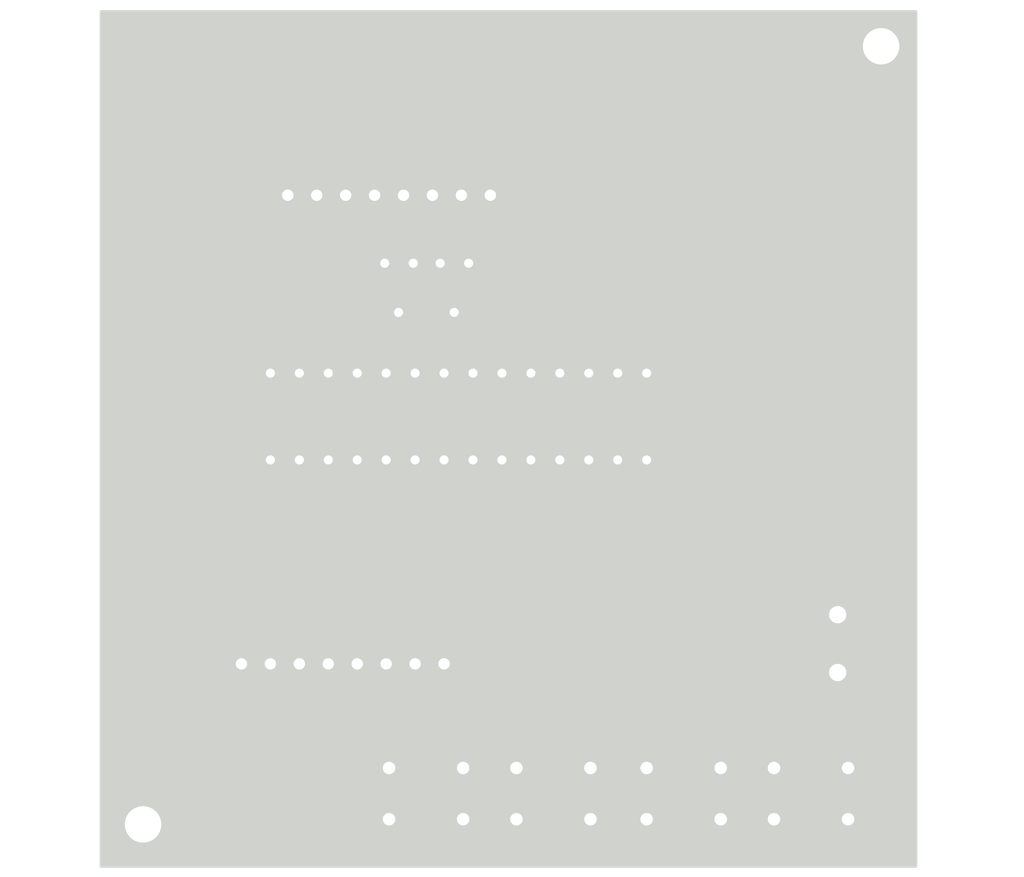
<source format=kicad_pcb>
(kicad_pcb (version 20171130) (host pcbnew 5.0.2+dfsg1-1)

  (general
    (thickness 1.6)
    (drawings 0)
    (tracks 191)
    (zones 0)
    (modules 25)
    (nets 35)
  )

  (page A4)
  (layers
    (0 F.Cu signal)
    (31 B.Cu signal)
    (32 B.Adhes user)
    (33 F.Adhes user)
    (34 B.Paste user)
    (35 F.Paste user)
    (36 B.SilkS user)
    (37 F.SilkS user)
    (38 B.Mask user)
    (39 F.Mask user)
    (40 Dwgs.User user)
    (41 Cmts.User user)
    (42 Eco1.User user)
    (43 Eco2.User user)
    (44 Edge.Cuts user)
    (45 Margin user)
    (46 B.CrtYd user)
    (47 F.CrtYd user)
    (48 B.Fab user)
    (49 F.Fab user)
  )

  (setup
    (last_trace_width 0.32)
    (trace_clearance 0.2)
    (zone_clearance 0.508)
    (zone_45_only no)
    (trace_min 0.2)
    (segment_width 0.2)
    (edge_width 0.2)
    (via_size 0.8)
    (via_drill 0.6)
    (via_min_size 0.4)
    (via_min_drill 0.3)
    (uvia_size 0.3)
    (uvia_drill 0.1)
    (uvias_allowed no)
    (uvia_min_size 0.2)
    (uvia_min_drill 0.1)
    (pcb_text_width 0.3)
    (pcb_text_size 1.5 1.5)
    (mod_edge_width 0.15)
    (mod_text_size 1 1)
    (mod_text_width 0.15)
    (pad_size 1.524 1.524)
    (pad_drill 0.762)
    (pad_to_mask_clearance 0.051)
    (solder_mask_min_width 0.25)
    (aux_axis_origin 0 0)
    (visible_elements FFFFFF7F)
    (pcbplotparams
      (layerselection 0x010fc_ffffffff)
      (usegerberextensions false)
      (usegerberattributes false)
      (usegerberadvancedattributes false)
      (creategerberjobfile false)
      (excludeedgelayer true)
      (linewidth 0.100000)
      (plotframeref false)
      (viasonmask false)
      (mode 1)
      (useauxorigin false)
      (hpglpennumber 1)
      (hpglpenspeed 20)
      (hpglpendiameter 15.000000)
      (psnegative false)
      (psa4output false)
      (plotreference true)
      (plotvalue true)
      (plotinvisibletext false)
      (padsonsilk false)
      (subtractmaskfromsilk false)
      (outputformat 1)
      (mirror false)
      (drillshape 1)
      (scaleselection 1)
      (outputdirectory ""))
  )

  (net 0 "")
  (net 1 +5VA)
  (net 2 LED_DIN)
  (net 3 "Net-(D1-Pad2)")
  (net 4 GND)
  (net 5 "Net-(D2-Pad2)")
  (net 6 "Net-(D3-Pad2)")
  (net 7 "Net-(D4-Pad2)")
  (net 8 "Net-(D5-Pad2)")
  (net 9 "Net-(D6-Pad2)")
  (net 10 "Net-(J3-Pad1)")
  (net 11 "Net-(J3-Pad2)")
  (net 12 +5V)
  (net 13 "Net-(J3-Pad3)")
  (net 14 "Net-(J3-Pad4)")
  (net 15 "Net-(J3-Pad5)")
  (net 16 "Net-(J4-Pad1)")
  (net 17 "Net-(J4-Pad2)")
  (net 18 "Net-(J4-Pad3)")
  (net 19 "Net-(J2-Pad4)")
  (net 20 "Net-(J2-Pad1)")
  (net 21 "Net-(J2-Pad3)")
  (net 22 "Net-(U1-Pad27)")
  (net 23 "Net-(U1-Pad28)")
  (net 24 RESET)
  (net 25 +12V)
  (net 26 NEXT)
  (net 27 PREV)
  (net 28 ENTER)
  (net 29 XTAL1)
  (net 30 XTAL2)
  (net 31 "Net-(U1-Pad2)")
  (net 32 "Net-(U1-Pad3)")
  (net 33 "Net-(U1-Pad4)")
  (net 34 "Net-(U1-Pad21)")

  (net_class Default "This is the default net class."
    (clearance 0.2)
    (trace_width 0.32)
    (via_dia 0.8)
    (via_drill 0.6)
    (uvia_dia 0.3)
    (uvia_drill 0.1)
  )

  (net_class thicktracks ""
    (clearance 0.2)
    (trace_width 0.7)
    (via_dia 0.8)
    (via_drill 0.6)
    (uvia_dia 0.3)
    (uvia_drill 0.1)
    (add_net +12V)
    (add_net +5V)
    (add_net +5VA)
    (add_net ENTER)
    (add_net GND)
    (add_net LED_DIN)
    (add_net NEXT)
    (add_net "Net-(D1-Pad2)")
    (add_net "Net-(D2-Pad2)")
    (add_net "Net-(D3-Pad2)")
    (add_net "Net-(D4-Pad2)")
    (add_net "Net-(D5-Pad2)")
    (add_net "Net-(D6-Pad2)")
    (add_net "Net-(J2-Pad1)")
    (add_net "Net-(J2-Pad3)")
    (add_net "Net-(J2-Pad4)")
    (add_net "Net-(J3-Pad1)")
    (add_net "Net-(J3-Pad2)")
    (add_net "Net-(J3-Pad3)")
    (add_net "Net-(J3-Pad4)")
    (add_net "Net-(J3-Pad5)")
    (add_net "Net-(J4-Pad1)")
    (add_net "Net-(J4-Pad2)")
    (add_net "Net-(J4-Pad3)")
    (add_net "Net-(U1-Pad2)")
    (add_net "Net-(U1-Pad21)")
    (add_net "Net-(U1-Pad27)")
    (add_net "Net-(U1-Pad28)")
    (add_net "Net-(U1-Pad3)")
    (add_net "Net-(U1-Pad4)")
    (add_net PREV)
    (add_net RESET)
    (add_net XTAL1)
    (add_net XTAL2)
  )

  (module MountingHole:MountingHole_3.2mm_M3_DIN965 (layer F.Cu) (tedit 5FC25E46) (tstamp 5FCE7F33)
    (at 62.357 183.896)
    (descr "Mounting Hole 3.2mm, no annular, M3, DIN965")
    (tags "mounting hole 3.2mm no annular m3 din965")
    (attr virtual)
    (fp_text reference "" (at 0 -3.8) (layer F.SilkS)
      (effects (font (size 1 1) (thickness 0.15)))
    )
    (fp_text value MountingHole_3.2mm_M3_DIN965 (at 0 3.8) (layer F.Fab)
      (effects (font (size 1 1) (thickness 0.15)))
    )
    (fp_text user %R (at 0.3 0) (layer F.Fab)
      (effects (font (size 1 1) (thickness 0.15)))
    )
    (fp_circle (center 0 0) (end 2.8 0) (layer Cmts.User) (width 0.15))
    (fp_circle (center 0 0) (end 3.05 0) (layer F.CrtYd) (width 0.05))
    (pad 1 np_thru_hole circle (at 0 0) (size 3.2 3.2) (drill 3.2) (layers *.Cu *.Mask))
  )

  (module LED_SMD:LED_WS2812B_PLCC4_5.0x5.0mm_P3.2mm (layer F.Cu) (tedit 5AA4B285) (tstamp 5FCE0018)
    (at 63.627 118.491 180)
    (descr https://cdn-shop.adafruit.com/datasheets/WS2812B.pdf)
    (tags "LED RGB NeoPixel")
    (path /5FC18B78)
    (attr smd)
    (fp_text reference D1 (at 0 -3.5 180) (layer F.SilkS)
      (effects (font (size 1 1) (thickness 0.15)))
    )
    (fp_text value WS2812B (at 0 4 180) (layer F.Fab)
      (effects (font (size 1 1) (thickness 0.15)))
    )
    (fp_text user 1 (at -4.15 -1.6 180) (layer F.SilkS)
      (effects (font (size 1 1) (thickness 0.15)))
    )
    (fp_text user %R (at 0 0 180) (layer F.Fab)
      (effects (font (size 0.8 0.8) (thickness 0.15)))
    )
    (fp_line (start 3.45 -2.75) (end -3.45 -2.75) (layer F.CrtYd) (width 0.05))
    (fp_line (start 3.45 2.75) (end 3.45 -2.75) (layer F.CrtYd) (width 0.05))
    (fp_line (start -3.45 2.75) (end 3.45 2.75) (layer F.CrtYd) (width 0.05))
    (fp_line (start -3.45 -2.75) (end -3.45 2.75) (layer F.CrtYd) (width 0.05))
    (fp_line (start 2.5 1.5) (end 1.5 2.5) (layer F.Fab) (width 0.1))
    (fp_line (start -2.5 -2.5) (end -2.5 2.5) (layer F.Fab) (width 0.1))
    (fp_line (start -2.5 2.5) (end 2.5 2.5) (layer F.Fab) (width 0.1))
    (fp_line (start 2.5 2.5) (end 2.5 -2.5) (layer F.Fab) (width 0.1))
    (fp_line (start 2.5 -2.5) (end -2.5 -2.5) (layer F.Fab) (width 0.1))
    (fp_line (start -3.65 -2.75) (end 3.65 -2.75) (layer F.SilkS) (width 0.12))
    (fp_line (start -3.65 2.75) (end 3.65 2.75) (layer F.SilkS) (width 0.12))
    (fp_line (start 3.65 2.75) (end 3.65 1.6) (layer F.SilkS) (width 0.12))
    (fp_circle (center 0 0) (end 0 -2) (layer F.Fab) (width 0.1))
    (pad 3 smd rect (at 2.45 1.6 180) (size 1.5 1) (layers F.Cu F.Paste F.Mask)
      (net 1 +5VA))
    (pad 4 smd rect (at 2.45 -1.6 180) (size 1.5 1) (layers F.Cu F.Paste F.Mask)
      (net 2 LED_DIN))
    (pad 2 smd rect (at -2.45 1.6 180) (size 1.5 1) (layers F.Cu F.Paste F.Mask)
      (net 3 "Net-(D1-Pad2)"))
    (pad 1 smd rect (at -2.45 -1.6 180) (size 1.5 1) (layers F.Cu F.Paste F.Mask)
      (net 4 GND))
    (model ${KISYS3DMOD}/LED_SMD.3dshapes/LED_WS2812B_PLCC4_5.0x5.0mm_P3.2mm.wrl
      (at (xyz 0 0 0))
      (scale (xyz 1 1 1))
      (rotate (xyz 0 0 0))
    )
  )

  (module LED_SMD:LED_WS2812B_PLCC4_5.0x5.0mm_P3.2mm (layer F.Cu) (tedit 5AA4B285) (tstamp 5FCE002F)
    (at 75.057 118.491 180)
    (descr https://cdn-shop.adafruit.com/datasheets/WS2812B.pdf)
    (tags "LED RGB NeoPixel")
    (path /5FC18B22)
    (attr smd)
    (fp_text reference D2 (at 0 -3.5 180) (layer F.SilkS)
      (effects (font (size 1 1) (thickness 0.15)))
    )
    (fp_text value WS2812B (at 0 4 180) (layer F.Fab)
      (effects (font (size 1 1) (thickness 0.15)))
    )
    (fp_circle (center 0 0) (end 0 -2) (layer F.Fab) (width 0.1))
    (fp_line (start 3.65 2.75) (end 3.65 1.6) (layer F.SilkS) (width 0.12))
    (fp_line (start -3.65 2.75) (end 3.65 2.75) (layer F.SilkS) (width 0.12))
    (fp_line (start -3.65 -2.75) (end 3.65 -2.75) (layer F.SilkS) (width 0.12))
    (fp_line (start 2.5 -2.5) (end -2.5 -2.5) (layer F.Fab) (width 0.1))
    (fp_line (start 2.5 2.5) (end 2.5 -2.5) (layer F.Fab) (width 0.1))
    (fp_line (start -2.5 2.5) (end 2.5 2.5) (layer F.Fab) (width 0.1))
    (fp_line (start -2.5 -2.5) (end -2.5 2.5) (layer F.Fab) (width 0.1))
    (fp_line (start 2.5 1.5) (end 1.5 2.5) (layer F.Fab) (width 0.1))
    (fp_line (start -3.45 -2.75) (end -3.45 2.75) (layer F.CrtYd) (width 0.05))
    (fp_line (start -3.45 2.75) (end 3.45 2.75) (layer F.CrtYd) (width 0.05))
    (fp_line (start 3.45 2.75) (end 3.45 -2.75) (layer F.CrtYd) (width 0.05))
    (fp_line (start 3.45 -2.75) (end -3.45 -2.75) (layer F.CrtYd) (width 0.05))
    (fp_text user %R (at 0 0 180) (layer F.Fab)
      (effects (font (size 0.8 0.8) (thickness 0.15)))
    )
    (fp_text user 1 (at -4.15 -1.6 180) (layer F.SilkS)
      (effects (font (size 1 1) (thickness 0.15)))
    )
    (pad 1 smd rect (at -2.45 -1.6 180) (size 1.5 1) (layers F.Cu F.Paste F.Mask)
      (net 4 GND))
    (pad 2 smd rect (at -2.45 1.6 180) (size 1.5 1) (layers F.Cu F.Paste F.Mask)
      (net 5 "Net-(D2-Pad2)"))
    (pad 4 smd rect (at 2.45 -1.6 180) (size 1.5 1) (layers F.Cu F.Paste F.Mask)
      (net 3 "Net-(D1-Pad2)"))
    (pad 3 smd rect (at 2.45 1.6 180) (size 1.5 1) (layers F.Cu F.Paste F.Mask)
      (net 1 +5VA))
    (model ${KISYS3DMOD}/LED_SMD.3dshapes/LED_WS2812B_PLCC4_5.0x5.0mm_P3.2mm.wrl
      (at (xyz 0 0 0))
      (scale (xyz 1 1 1))
      (rotate (xyz 0 0 0))
    )
  )

  (module LED_SMD:LED_WS2812B_PLCC4_5.0x5.0mm_P3.2mm (layer F.Cu) (tedit 5AA4B285) (tstamp 5FCE0046)
    (at 85.217 118.491 180)
    (descr https://cdn-shop.adafruit.com/datasheets/WS2812B.pdf)
    (tags "LED RGB NeoPixel")
    (path /5FC18ADC)
    (attr smd)
    (fp_text reference D3 (at 0 -3.5 180) (layer F.SilkS)
      (effects (font (size 1 1) (thickness 0.15)))
    )
    (fp_text value WS2812B (at 0 4 180) (layer F.Fab)
      (effects (font (size 1 1) (thickness 0.15)))
    )
    (fp_text user 1 (at -4.15 -1.6 180) (layer F.SilkS)
      (effects (font (size 1 1) (thickness 0.15)))
    )
    (fp_text user %R (at 0 0 180) (layer F.Fab)
      (effects (font (size 0.8 0.8) (thickness 0.15)))
    )
    (fp_line (start 3.45 -2.75) (end -3.45 -2.75) (layer F.CrtYd) (width 0.05))
    (fp_line (start 3.45 2.75) (end 3.45 -2.75) (layer F.CrtYd) (width 0.05))
    (fp_line (start -3.45 2.75) (end 3.45 2.75) (layer F.CrtYd) (width 0.05))
    (fp_line (start -3.45 -2.75) (end -3.45 2.75) (layer F.CrtYd) (width 0.05))
    (fp_line (start 2.5 1.5) (end 1.5 2.5) (layer F.Fab) (width 0.1))
    (fp_line (start -2.5 -2.5) (end -2.5 2.5) (layer F.Fab) (width 0.1))
    (fp_line (start -2.5 2.5) (end 2.5 2.5) (layer F.Fab) (width 0.1))
    (fp_line (start 2.5 2.5) (end 2.5 -2.5) (layer F.Fab) (width 0.1))
    (fp_line (start 2.5 -2.5) (end -2.5 -2.5) (layer F.Fab) (width 0.1))
    (fp_line (start -3.65 -2.75) (end 3.65 -2.75) (layer F.SilkS) (width 0.12))
    (fp_line (start -3.65 2.75) (end 3.65 2.75) (layer F.SilkS) (width 0.12))
    (fp_line (start 3.65 2.75) (end 3.65 1.6) (layer F.SilkS) (width 0.12))
    (fp_circle (center 0 0) (end 0 -2) (layer F.Fab) (width 0.1))
    (pad 3 smd rect (at 2.45 1.6 180) (size 1.5 1) (layers F.Cu F.Paste F.Mask)
      (net 1 +5VA))
    (pad 4 smd rect (at 2.45 -1.6 180) (size 1.5 1) (layers F.Cu F.Paste F.Mask)
      (net 5 "Net-(D2-Pad2)"))
    (pad 2 smd rect (at -2.45 1.6 180) (size 1.5 1) (layers F.Cu F.Paste F.Mask)
      (net 6 "Net-(D3-Pad2)"))
    (pad 1 smd rect (at -2.45 -1.6 180) (size 1.5 1) (layers F.Cu F.Paste F.Mask)
      (net 4 GND))
    (model ${KISYS3DMOD}/LED_SMD.3dshapes/LED_WS2812B_PLCC4_5.0x5.0mm_P3.2mm.wrl
      (at (xyz 0 0 0))
      (scale (xyz 1 1 1))
      (rotate (xyz 0 0 0))
    )
  )

  (module LED_SMD:LED_WS2812B_PLCC4_5.0x5.0mm_P3.2mm (layer F.Cu) (tedit 5AA4B285) (tstamp 5FCE005D)
    (at 95.377 118.491 180)
    (descr https://cdn-shop.adafruit.com/datasheets/WS2812B.pdf)
    (tags "LED RGB NeoPixel")
    (path /5FC18A64)
    (attr smd)
    (fp_text reference D4 (at 0 -3.5 180) (layer F.SilkS)
      (effects (font (size 1 1) (thickness 0.15)))
    )
    (fp_text value WS2812B (at 0 4 180) (layer F.Fab)
      (effects (font (size 1 1) (thickness 0.15)))
    )
    (fp_circle (center 0 0) (end 0 -2) (layer F.Fab) (width 0.1))
    (fp_line (start 3.65 2.75) (end 3.65 1.6) (layer F.SilkS) (width 0.12))
    (fp_line (start -3.65 2.75) (end 3.65 2.75) (layer F.SilkS) (width 0.12))
    (fp_line (start -3.65 -2.75) (end 3.65 -2.75) (layer F.SilkS) (width 0.12))
    (fp_line (start 2.5 -2.5) (end -2.5 -2.5) (layer F.Fab) (width 0.1))
    (fp_line (start 2.5 2.5) (end 2.5 -2.5) (layer F.Fab) (width 0.1))
    (fp_line (start -2.5 2.5) (end 2.5 2.5) (layer F.Fab) (width 0.1))
    (fp_line (start -2.5 -2.5) (end -2.5 2.5) (layer F.Fab) (width 0.1))
    (fp_line (start 2.5 1.5) (end 1.5 2.5) (layer F.Fab) (width 0.1))
    (fp_line (start -3.45 -2.75) (end -3.45 2.75) (layer F.CrtYd) (width 0.05))
    (fp_line (start -3.45 2.75) (end 3.45 2.75) (layer F.CrtYd) (width 0.05))
    (fp_line (start 3.45 2.75) (end 3.45 -2.75) (layer F.CrtYd) (width 0.05))
    (fp_line (start 3.45 -2.75) (end -3.45 -2.75) (layer F.CrtYd) (width 0.05))
    (fp_text user %R (at 0 0 180) (layer F.Fab)
      (effects (font (size 0.8 0.8) (thickness 0.15)))
    )
    (fp_text user 1 (at -4.15 -1.6 180) (layer F.SilkS)
      (effects (font (size 1 1) (thickness 0.15)))
    )
    (pad 1 smd rect (at -2.45 -1.6 180) (size 1.5 1) (layers F.Cu F.Paste F.Mask)
      (net 4 GND))
    (pad 2 smd rect (at -2.45 1.6 180) (size 1.5 1) (layers F.Cu F.Paste F.Mask)
      (net 7 "Net-(D4-Pad2)"))
    (pad 4 smd rect (at 2.45 -1.6 180) (size 1.5 1) (layers F.Cu F.Paste F.Mask)
      (net 6 "Net-(D3-Pad2)"))
    (pad 3 smd rect (at 2.45 1.6 180) (size 1.5 1) (layers F.Cu F.Paste F.Mask)
      (net 1 +5VA))
    (model ${KISYS3DMOD}/LED_SMD.3dshapes/LED_WS2812B_PLCC4_5.0x5.0mm_P3.2mm.wrl
      (at (xyz 0 0 0))
      (scale (xyz 1 1 1))
      (rotate (xyz 0 0 0))
    )
  )

  (module LED_SMD:LED_WS2812B_PLCC4_5.0x5.0mm_P3.2mm (layer F.Cu) (tedit 5AA4B285) (tstamp 5FCE0074)
    (at 105.537 118.491 180)
    (descr https://cdn-shop.adafruit.com/datasheets/WS2812B.pdf)
    (tags "LED RGB NeoPixel")
    (path /5FC18A04)
    (attr smd)
    (fp_text reference D5 (at 0 -3.5 180) (layer F.SilkS)
      (effects (font (size 1 1) (thickness 0.15)))
    )
    (fp_text value WS2812B (at 0 4 180) (layer F.Fab)
      (effects (font (size 1 1) (thickness 0.15)))
    )
    (fp_text user 1 (at -4.15 -1.6 180) (layer F.SilkS)
      (effects (font (size 1 1) (thickness 0.15)))
    )
    (fp_text user %R (at 0 0 180) (layer F.Fab)
      (effects (font (size 0.8 0.8) (thickness 0.15)))
    )
    (fp_line (start 3.45 -2.75) (end -3.45 -2.75) (layer F.CrtYd) (width 0.05))
    (fp_line (start 3.45 2.75) (end 3.45 -2.75) (layer F.CrtYd) (width 0.05))
    (fp_line (start -3.45 2.75) (end 3.45 2.75) (layer F.CrtYd) (width 0.05))
    (fp_line (start -3.45 -2.75) (end -3.45 2.75) (layer F.CrtYd) (width 0.05))
    (fp_line (start 2.5 1.5) (end 1.5 2.5) (layer F.Fab) (width 0.1))
    (fp_line (start -2.5 -2.5) (end -2.5 2.5) (layer F.Fab) (width 0.1))
    (fp_line (start -2.5 2.5) (end 2.5 2.5) (layer F.Fab) (width 0.1))
    (fp_line (start 2.5 2.5) (end 2.5 -2.5) (layer F.Fab) (width 0.1))
    (fp_line (start 2.5 -2.5) (end -2.5 -2.5) (layer F.Fab) (width 0.1))
    (fp_line (start -3.65 -2.75) (end 3.65 -2.75) (layer F.SilkS) (width 0.12))
    (fp_line (start -3.65 2.75) (end 3.65 2.75) (layer F.SilkS) (width 0.12))
    (fp_line (start 3.65 2.75) (end 3.65 1.6) (layer F.SilkS) (width 0.12))
    (fp_circle (center 0 0) (end 0 -2) (layer F.Fab) (width 0.1))
    (pad 3 smd rect (at 2.45 1.6 180) (size 1.5 1) (layers F.Cu F.Paste F.Mask)
      (net 1 +5VA))
    (pad 4 smd rect (at 2.45 -1.6 180) (size 1.5 1) (layers F.Cu F.Paste F.Mask)
      (net 7 "Net-(D4-Pad2)"))
    (pad 2 smd rect (at -2.45 1.6 180) (size 1.5 1) (layers F.Cu F.Paste F.Mask)
      (net 8 "Net-(D5-Pad2)"))
    (pad 1 smd rect (at -2.45 -1.6 180) (size 1.5 1) (layers F.Cu F.Paste F.Mask)
      (net 4 GND))
    (model ${KISYS3DMOD}/LED_SMD.3dshapes/LED_WS2812B_PLCC4_5.0x5.0mm_P3.2mm.wrl
      (at (xyz 0 0 0))
      (scale (xyz 1 1 1))
      (rotate (xyz 0 0 0))
    )
  )

  (module LED_SMD:LED_WS2812B_PLCC4_5.0x5.0mm_P3.2mm (layer F.Cu) (tedit 5AA4B285) (tstamp 5FCE008B)
    (at 115.697 118.491 180)
    (descr https://cdn-shop.adafruit.com/datasheets/WS2812B.pdf)
    (tags "LED RGB NeoPixel")
    (path /5FC189A4)
    (attr smd)
    (fp_text reference D6 (at 0 -3.5 180) (layer F.SilkS)
      (effects (font (size 1 1) (thickness 0.15)))
    )
    (fp_text value WS2812B (at 0 4 180) (layer F.Fab)
      (effects (font (size 1 1) (thickness 0.15)))
    )
    (fp_circle (center 0 0) (end 0 -2) (layer F.Fab) (width 0.1))
    (fp_line (start 3.65 2.75) (end 3.65 1.6) (layer F.SilkS) (width 0.12))
    (fp_line (start -3.65 2.75) (end 3.65 2.75) (layer F.SilkS) (width 0.12))
    (fp_line (start -3.65 -2.75) (end 3.65 -2.75) (layer F.SilkS) (width 0.12))
    (fp_line (start 2.5 -2.5) (end -2.5 -2.5) (layer F.Fab) (width 0.1))
    (fp_line (start 2.5 2.5) (end 2.5 -2.5) (layer F.Fab) (width 0.1))
    (fp_line (start -2.5 2.5) (end 2.5 2.5) (layer F.Fab) (width 0.1))
    (fp_line (start -2.5 -2.5) (end -2.5 2.5) (layer F.Fab) (width 0.1))
    (fp_line (start 2.5 1.5) (end 1.5 2.5) (layer F.Fab) (width 0.1))
    (fp_line (start -3.45 -2.75) (end -3.45 2.75) (layer F.CrtYd) (width 0.05))
    (fp_line (start -3.45 2.75) (end 3.45 2.75) (layer F.CrtYd) (width 0.05))
    (fp_line (start 3.45 2.75) (end 3.45 -2.75) (layer F.CrtYd) (width 0.05))
    (fp_line (start 3.45 -2.75) (end -3.45 -2.75) (layer F.CrtYd) (width 0.05))
    (fp_text user %R (at 0 0 180) (layer F.Fab)
      (effects (font (size 0.8 0.8) (thickness 0.15)))
    )
    (fp_text user 1 (at -4.15 -1.6 180) (layer F.SilkS)
      (effects (font (size 1 1) (thickness 0.15)))
    )
    (pad 1 smd rect (at -2.45 -1.6 180) (size 1.5 1) (layers F.Cu F.Paste F.Mask)
      (net 4 GND))
    (pad 2 smd rect (at -2.45 1.6 180) (size 1.5 1) (layers F.Cu F.Paste F.Mask)
      (net 9 "Net-(D6-Pad2)"))
    (pad 4 smd rect (at 2.45 -1.6 180) (size 1.5 1) (layers F.Cu F.Paste F.Mask)
      (net 8 "Net-(D5-Pad2)"))
    (pad 3 smd rect (at 2.45 1.6 180) (size 1.5 1) (layers F.Cu F.Paste F.Mask)
      (net 1 +5VA))
    (model ${KISYS3DMOD}/LED_SMD.3dshapes/LED_WS2812B_PLCC4_5.0x5.0mm_P3.2mm.wrl
      (at (xyz 0 0 0))
      (scale (xyz 1 1 1))
      (rotate (xyz 0 0 0))
    )
  )

  (module TerminalBlock:TerminalBlock_bornier-2_P5.08mm (layer F.Cu) (tedit 59FF03AB) (tstamp 5FCE2111)
    (at 123.317 170.561 90)
    (descr "simple 2-pin terminal block, pitch 5.08mm, revamped version of bornier2")
    (tags "terminal block bornier2")
    (path /5FC2A452)
    (fp_text reference J1 (at 2.54 -5.08 90) (layer F.SilkS)
      (effects (font (size 1 1) (thickness 0.15)))
    )
    (fp_text value PWR (at 2.54 5.08 90) (layer F.Fab)
      (effects (font (size 1 1) (thickness 0.15)))
    )
    (fp_text user %R (at 2.54 0 90) (layer F.Fab)
      (effects (font (size 1 1) (thickness 0.15)))
    )
    (fp_line (start -2.41 2.55) (end 7.49 2.55) (layer F.Fab) (width 0.1))
    (fp_line (start -2.46 -3.75) (end -2.46 3.75) (layer F.Fab) (width 0.1))
    (fp_line (start -2.46 3.75) (end 7.54 3.75) (layer F.Fab) (width 0.1))
    (fp_line (start 7.54 3.75) (end 7.54 -3.75) (layer F.Fab) (width 0.1))
    (fp_line (start 7.54 -3.75) (end -2.46 -3.75) (layer F.Fab) (width 0.1))
    (fp_line (start 7.62 2.54) (end -2.54 2.54) (layer F.SilkS) (width 0.12))
    (fp_line (start 7.62 3.81) (end 7.62 -3.81) (layer F.SilkS) (width 0.12))
    (fp_line (start 7.62 -3.81) (end -2.54 -3.81) (layer F.SilkS) (width 0.12))
    (fp_line (start -2.54 -3.81) (end -2.54 3.81) (layer F.SilkS) (width 0.12))
    (fp_line (start -2.54 3.81) (end 7.62 3.81) (layer F.SilkS) (width 0.12))
    (fp_line (start -2.71 -4) (end 7.79 -4) (layer F.CrtYd) (width 0.05))
    (fp_line (start -2.71 -4) (end -2.71 4) (layer F.CrtYd) (width 0.05))
    (fp_line (start 7.79 4) (end 7.79 -4) (layer F.CrtYd) (width 0.05))
    (fp_line (start 7.79 4) (end -2.71 4) (layer F.CrtYd) (width 0.05))
    (pad 1 thru_hole rect (at 0 0 90) (size 3 3) (drill 1.52) (layers *.Cu *.Mask)
      (net 4 GND))
    (pad 2 thru_hole circle (at 5.08 0 90) (size 3 3) (drill 1.52) (layers *.Cu *.Mask)
      (net 25 +12V))
    (model ${KISYS3DMOD}/TerminalBlock.3dshapes/TerminalBlock_bornier-2_P5.08mm.wrl
      (offset (xyz 2.539999961853027 0 0))
      (scale (xyz 1 1 1))
      (rotate (xyz 0 0 0))
    )
  )

  (module Connector_PinHeader_2.54mm:PinHeader_1x08_P2.54mm_Vertical (layer F.Cu) (tedit 59FED5CC) (tstamp 5FCE00D8)
    (at 92.837 128.651 270)
    (descr "Through hole straight pin header, 1x08, 2.54mm pitch, single row")
    (tags "Through hole pin header THT 1x08 2.54mm single row")
    (path /5FC17F87)
    (fp_text reference J3 (at 0 -2.33 270) (layer F.SilkS)
      (effects (font (size 1 1) (thickness 0.15)))
    )
    (fp_text value LCD (at 0 20.11 270) (layer F.Fab)
      (effects (font (size 1 1) (thickness 0.15)))
    )
    (fp_line (start -0.635 -1.27) (end 1.27 -1.27) (layer F.Fab) (width 0.1))
    (fp_line (start 1.27 -1.27) (end 1.27 19.05) (layer F.Fab) (width 0.1))
    (fp_line (start 1.27 19.05) (end -1.27 19.05) (layer F.Fab) (width 0.1))
    (fp_line (start -1.27 19.05) (end -1.27 -0.635) (layer F.Fab) (width 0.1))
    (fp_line (start -1.27 -0.635) (end -0.635 -1.27) (layer F.Fab) (width 0.1))
    (fp_line (start -1.33 19.11) (end 1.33 19.11) (layer F.SilkS) (width 0.12))
    (fp_line (start -1.33 1.27) (end -1.33 19.11) (layer F.SilkS) (width 0.12))
    (fp_line (start 1.33 1.27) (end 1.33 19.11) (layer F.SilkS) (width 0.12))
    (fp_line (start -1.33 1.27) (end 1.33 1.27) (layer F.SilkS) (width 0.12))
    (fp_line (start -1.33 0) (end -1.33 -1.33) (layer F.SilkS) (width 0.12))
    (fp_line (start -1.33 -1.33) (end 0 -1.33) (layer F.SilkS) (width 0.12))
    (fp_line (start -1.8 -1.8) (end -1.8 19.55) (layer F.CrtYd) (width 0.05))
    (fp_line (start -1.8 19.55) (end 1.8 19.55) (layer F.CrtYd) (width 0.05))
    (fp_line (start 1.8 19.55) (end 1.8 -1.8) (layer F.CrtYd) (width 0.05))
    (fp_line (start 1.8 -1.8) (end -1.8 -1.8) (layer F.CrtYd) (width 0.05))
    (fp_text user %R (at 0 8.89) (layer F.Fab)
      (effects (font (size 1 1) (thickness 0.15)))
    )
    (pad 1 thru_hole rect (at 0 0 270) (size 1.7 1.7) (drill 1) (layers *.Cu *.Mask)
      (net 10 "Net-(J3-Pad1)"))
    (pad 2 thru_hole oval (at 0 2.54 270) (size 1.7 1.7) (drill 1) (layers *.Cu *.Mask)
      (net 11 "Net-(J3-Pad2)"))
    (pad 3 thru_hole oval (at 0 5.08 270) (size 1.7 1.7) (drill 1) (layers *.Cu *.Mask)
      (net 13 "Net-(J3-Pad3)"))
    (pad 4 thru_hole oval (at 0 7.62 270) (size 1.7 1.7) (drill 1) (layers *.Cu *.Mask)
      (net 14 "Net-(J3-Pad4)"))
    (pad 5 thru_hole oval (at 0 10.16 270) (size 1.7 1.7) (drill 1) (layers *.Cu *.Mask)
      (net 15 "Net-(J3-Pad5)"))
    (pad 6 thru_hole oval (at 0 12.7 270) (size 1.7 1.7) (drill 1) (layers *.Cu *.Mask)
      (net 12 +5V))
    (pad 7 thru_hole oval (at 0 15.24 270) (size 1.7 1.7) (drill 1) (layers *.Cu *.Mask)
      (net 12 +5V))
    (pad 8 thru_hole oval (at 0 17.78 270) (size 1.7 1.7) (drill 1) (layers *.Cu *.Mask)
      (net 4 GND))
    (model ${KISYS3DMOD}/Connector_PinHeader_2.54mm.3dshapes/PinHeader_1x08_P2.54mm_Vertical.wrl
      (at (xyz 0 0 0))
      (scale (xyz 1 1 1))
      (rotate (xyz 0 0 0))
    )
  )

  (module Connector_PinHeader_2.54mm:PinHeader_1x08_P2.54mm_Vertical (layer F.Cu) (tedit 59FED5CC) (tstamp 5FCE00F4)
    (at 70.993 169.799 90)
    (descr "Through hole straight pin header, 1x08, 2.54mm pitch, single row")
    (tags "Through hole pin header THT 1x08 2.54mm single row")
    (path /5FC2EFA0)
    (fp_text reference J4 (at 0 -2.33 90) (layer F.SilkS)
      (effects (font (size 1 1) (thickness 0.15)))
    )
    (fp_text value IO (at 0 20.11 90) (layer F.Fab)
      (effects (font (size 1 1) (thickness 0.15)))
    )
    (fp_text user %R (at 0 8.89 180) (layer F.Fab)
      (effects (font (size 1 1) (thickness 0.15)))
    )
    (fp_line (start 1.8 -1.8) (end -1.8 -1.8) (layer F.CrtYd) (width 0.05))
    (fp_line (start 1.8 19.55) (end 1.8 -1.8) (layer F.CrtYd) (width 0.05))
    (fp_line (start -1.8 19.55) (end 1.8 19.55) (layer F.CrtYd) (width 0.05))
    (fp_line (start -1.8 -1.8) (end -1.8 19.55) (layer F.CrtYd) (width 0.05))
    (fp_line (start -1.33 -1.33) (end 0 -1.33) (layer F.SilkS) (width 0.12))
    (fp_line (start -1.33 0) (end -1.33 -1.33) (layer F.SilkS) (width 0.12))
    (fp_line (start -1.33 1.27) (end 1.33 1.27) (layer F.SilkS) (width 0.12))
    (fp_line (start 1.33 1.27) (end 1.33 19.11) (layer F.SilkS) (width 0.12))
    (fp_line (start -1.33 1.27) (end -1.33 19.11) (layer F.SilkS) (width 0.12))
    (fp_line (start -1.33 19.11) (end 1.33 19.11) (layer F.SilkS) (width 0.12))
    (fp_line (start -1.27 -0.635) (end -0.635 -1.27) (layer F.Fab) (width 0.1))
    (fp_line (start -1.27 19.05) (end -1.27 -0.635) (layer F.Fab) (width 0.1))
    (fp_line (start 1.27 19.05) (end -1.27 19.05) (layer F.Fab) (width 0.1))
    (fp_line (start 1.27 -1.27) (end 1.27 19.05) (layer F.Fab) (width 0.1))
    (fp_line (start -0.635 -1.27) (end 1.27 -1.27) (layer F.Fab) (width 0.1))
    (pad 8 thru_hole oval (at 0 17.78 90) (size 1.7 1.7) (drill 1) (layers *.Cu *.Mask)
      (net 4 GND))
    (pad 7 thru_hole oval (at 0 15.24 90) (size 1.7 1.7) (drill 1) (layers *.Cu *.Mask)
      (net 12 +5V))
    (pad 6 thru_hole oval (at 0 12.7 90) (size 1.7 1.7) (drill 1) (layers *.Cu *.Mask)
      (net 21 "Net-(J2-Pad3)"))
    (pad 5 thru_hole oval (at 0 10.16 90) (size 1.7 1.7) (drill 1) (layers *.Cu *.Mask)
      (net 20 "Net-(J2-Pad1)"))
    (pad 4 thru_hole oval (at 0 7.62 90) (size 1.7 1.7) (drill 1) (layers *.Cu *.Mask)
      (net 19 "Net-(J2-Pad4)"))
    (pad 3 thru_hole oval (at 0 5.08 90) (size 1.7 1.7) (drill 1) (layers *.Cu *.Mask)
      (net 18 "Net-(J4-Pad3)"))
    (pad 2 thru_hole oval (at 0 2.54 90) (size 1.7 1.7) (drill 1) (layers *.Cu *.Mask)
      (net 17 "Net-(J4-Pad2)"))
    (pad 1 thru_hole rect (at 0 0 90) (size 1.7 1.7) (drill 1) (layers *.Cu *.Mask)
      (net 16 "Net-(J4-Pad1)"))
    (model ${KISYS3DMOD}/Connector_PinHeader_2.54mm.3dshapes/PinHeader_1x08_P2.54mm_Vertical.wrl
      (at (xyz 0 0 0))
      (scale (xyz 1 1 1))
      (rotate (xyz 0 0 0))
    )
  )

  (module Button_Switch_THT:SW_PUSH_6mm_H4.3mm (layer F.Cu) (tedit 5A02FE31) (tstamp 5FCE0125)
    (at 83.947 178.943)
    (descr "tactile push button, 6x6mm e.g. PHAP33xx series, height=4.3mm")
    (tags "tact sw push 6mm")
    (path /5FC187F7)
    (fp_text reference SW1 (at 3.25 -2) (layer F.SilkS)
      (effects (font (size 1 1) (thickness 0.15)))
    )
    (fp_text value NEXT (at 3.75 6.7) (layer F.Fab)
      (effects (font (size 1 1) (thickness 0.15)))
    )
    (fp_circle (center 3.25 2.25) (end 1.25 2.5) (layer F.Fab) (width 0.1))
    (fp_line (start 6.75 3) (end 6.75 1.5) (layer F.SilkS) (width 0.12))
    (fp_line (start 5.5 -1) (end 1 -1) (layer F.SilkS) (width 0.12))
    (fp_line (start -0.25 1.5) (end -0.25 3) (layer F.SilkS) (width 0.12))
    (fp_line (start 1 5.5) (end 5.5 5.5) (layer F.SilkS) (width 0.12))
    (fp_line (start 8 -1.25) (end 8 5.75) (layer F.CrtYd) (width 0.05))
    (fp_line (start 7.75 6) (end -1.25 6) (layer F.CrtYd) (width 0.05))
    (fp_line (start -1.5 5.75) (end -1.5 -1.25) (layer F.CrtYd) (width 0.05))
    (fp_line (start -1.25 -1.5) (end 7.75 -1.5) (layer F.CrtYd) (width 0.05))
    (fp_line (start -1.5 6) (end -1.25 6) (layer F.CrtYd) (width 0.05))
    (fp_line (start -1.5 5.75) (end -1.5 6) (layer F.CrtYd) (width 0.05))
    (fp_line (start -1.5 -1.5) (end -1.25 -1.5) (layer F.CrtYd) (width 0.05))
    (fp_line (start -1.5 -1.25) (end -1.5 -1.5) (layer F.CrtYd) (width 0.05))
    (fp_line (start 8 -1.5) (end 8 -1.25) (layer F.CrtYd) (width 0.05))
    (fp_line (start 7.75 -1.5) (end 8 -1.5) (layer F.CrtYd) (width 0.05))
    (fp_line (start 8 6) (end 8 5.75) (layer F.CrtYd) (width 0.05))
    (fp_line (start 7.75 6) (end 8 6) (layer F.CrtYd) (width 0.05))
    (fp_line (start 0.25 -0.75) (end 3.25 -0.75) (layer F.Fab) (width 0.1))
    (fp_line (start 0.25 5.25) (end 0.25 -0.75) (layer F.Fab) (width 0.1))
    (fp_line (start 6.25 5.25) (end 0.25 5.25) (layer F.Fab) (width 0.1))
    (fp_line (start 6.25 -0.75) (end 6.25 5.25) (layer F.Fab) (width 0.1))
    (fp_line (start 3.25 -0.75) (end 6.25 -0.75) (layer F.Fab) (width 0.1))
    (fp_text user %R (at 3.25 2.25) (layer F.Fab)
      (effects (font (size 1 1) (thickness 0.15)))
    )
    (pad 1 thru_hole circle (at 6.5 0 90) (size 2 2) (drill 1.1) (layers *.Cu *.Mask)
      (net 26 NEXT))
    (pad 2 thru_hole circle (at 6.5 4.5 90) (size 2 2) (drill 1.1) (layers *.Cu *.Mask)
      (net 4 GND))
    (pad 1 thru_hole circle (at 0 0 90) (size 2 2) (drill 1.1) (layers *.Cu *.Mask)
      (net 26 NEXT))
    (pad 2 thru_hole circle (at 0 4.5 90) (size 2 2) (drill 1.1) (layers *.Cu *.Mask)
      (net 4 GND))
    (model ${KISYS3DMOD}/Button_Switch_THT.3dshapes/SW_PUSH_6mm_H4.3mm.wrl
      (at (xyz 0 0 0))
      (scale (xyz 1 1 1))
      (rotate (xyz 0 0 0))
    )
  )

  (module Button_Switch_THT:SW_PUSH_6mm_H4.3mm (layer F.Cu) (tedit 5A02FE31) (tstamp 5FCE0144)
    (at 95.123 178.943)
    (descr "tactile push button, 6x6mm e.g. PHAP33xx series, height=4.3mm")
    (tags "tact sw push 6mm")
    (path /5FC18797)
    (fp_text reference SW2 (at 3.25 -2) (layer F.SilkS)
      (effects (font (size 1 1) (thickness 0.15)))
    )
    (fp_text value PREV (at 3.75 6.7) (layer F.Fab)
      (effects (font (size 1 1) (thickness 0.15)))
    )
    (fp_text user %R (at 3.25 2.25) (layer F.Fab)
      (effects (font (size 1 1) (thickness 0.15)))
    )
    (fp_line (start 3.25 -0.75) (end 6.25 -0.75) (layer F.Fab) (width 0.1))
    (fp_line (start 6.25 -0.75) (end 6.25 5.25) (layer F.Fab) (width 0.1))
    (fp_line (start 6.25 5.25) (end 0.25 5.25) (layer F.Fab) (width 0.1))
    (fp_line (start 0.25 5.25) (end 0.25 -0.75) (layer F.Fab) (width 0.1))
    (fp_line (start 0.25 -0.75) (end 3.25 -0.75) (layer F.Fab) (width 0.1))
    (fp_line (start 7.75 6) (end 8 6) (layer F.CrtYd) (width 0.05))
    (fp_line (start 8 6) (end 8 5.75) (layer F.CrtYd) (width 0.05))
    (fp_line (start 7.75 -1.5) (end 8 -1.5) (layer F.CrtYd) (width 0.05))
    (fp_line (start 8 -1.5) (end 8 -1.25) (layer F.CrtYd) (width 0.05))
    (fp_line (start -1.5 -1.25) (end -1.5 -1.5) (layer F.CrtYd) (width 0.05))
    (fp_line (start -1.5 -1.5) (end -1.25 -1.5) (layer F.CrtYd) (width 0.05))
    (fp_line (start -1.5 5.75) (end -1.5 6) (layer F.CrtYd) (width 0.05))
    (fp_line (start -1.5 6) (end -1.25 6) (layer F.CrtYd) (width 0.05))
    (fp_line (start -1.25 -1.5) (end 7.75 -1.5) (layer F.CrtYd) (width 0.05))
    (fp_line (start -1.5 5.75) (end -1.5 -1.25) (layer F.CrtYd) (width 0.05))
    (fp_line (start 7.75 6) (end -1.25 6) (layer F.CrtYd) (width 0.05))
    (fp_line (start 8 -1.25) (end 8 5.75) (layer F.CrtYd) (width 0.05))
    (fp_line (start 1 5.5) (end 5.5 5.5) (layer F.SilkS) (width 0.12))
    (fp_line (start -0.25 1.5) (end -0.25 3) (layer F.SilkS) (width 0.12))
    (fp_line (start 5.5 -1) (end 1 -1) (layer F.SilkS) (width 0.12))
    (fp_line (start 6.75 3) (end 6.75 1.5) (layer F.SilkS) (width 0.12))
    (fp_circle (center 3.25 2.25) (end 1.25 2.5) (layer F.Fab) (width 0.1))
    (pad 2 thru_hole circle (at 0 4.5 90) (size 2 2) (drill 1.1) (layers *.Cu *.Mask)
      (net 4 GND))
    (pad 1 thru_hole circle (at 0 0 90) (size 2 2) (drill 1.1) (layers *.Cu *.Mask)
      (net 27 PREV))
    (pad 2 thru_hole circle (at 6.5 4.5 90) (size 2 2) (drill 1.1) (layers *.Cu *.Mask)
      (net 4 GND))
    (pad 1 thru_hole circle (at 6.5 0 90) (size 2 2) (drill 1.1) (layers *.Cu *.Mask)
      (net 27 PREV))
    (model ${KISYS3DMOD}/Button_Switch_THT.3dshapes/SW_PUSH_6mm_H4.3mm.wrl
      (at (xyz 0 0 0))
      (scale (xyz 1 1 1))
      (rotate (xyz 0 0 0))
    )
  )

  (module Button_Switch_THT:SW_PUSH_6mm_H4.3mm (layer F.Cu) (tedit 5A02FE31) (tstamp 5FCE0163)
    (at 106.553 178.943)
    (descr "tactile push button, 6x6mm e.g. PHAP33xx series, height=4.3mm")
    (tags "tact sw push 6mm")
    (path /5FC18695)
    (fp_text reference SW3 (at 3.25 -2) (layer F.SilkS)
      (effects (font (size 1 1) (thickness 0.15)))
    )
    (fp_text value ENTER (at 3.75 6.7) (layer F.Fab)
      (effects (font (size 1 1) (thickness 0.15)))
    )
    (fp_circle (center 3.25 2.25) (end 1.25 2.5) (layer F.Fab) (width 0.1))
    (fp_line (start 6.75 3) (end 6.75 1.5) (layer F.SilkS) (width 0.12))
    (fp_line (start 5.5 -1) (end 1 -1) (layer F.SilkS) (width 0.12))
    (fp_line (start -0.25 1.5) (end -0.25 3) (layer F.SilkS) (width 0.12))
    (fp_line (start 1 5.5) (end 5.5 5.5) (layer F.SilkS) (width 0.12))
    (fp_line (start 8 -1.25) (end 8 5.75) (layer F.CrtYd) (width 0.05))
    (fp_line (start 7.75 6) (end -1.25 6) (layer F.CrtYd) (width 0.05))
    (fp_line (start -1.5 5.75) (end -1.5 -1.25) (layer F.CrtYd) (width 0.05))
    (fp_line (start -1.25 -1.5) (end 7.75 -1.5) (layer F.CrtYd) (width 0.05))
    (fp_line (start -1.5 6) (end -1.25 6) (layer F.CrtYd) (width 0.05))
    (fp_line (start -1.5 5.75) (end -1.5 6) (layer F.CrtYd) (width 0.05))
    (fp_line (start -1.5 -1.5) (end -1.25 -1.5) (layer F.CrtYd) (width 0.05))
    (fp_line (start -1.5 -1.25) (end -1.5 -1.5) (layer F.CrtYd) (width 0.05))
    (fp_line (start 8 -1.5) (end 8 -1.25) (layer F.CrtYd) (width 0.05))
    (fp_line (start 7.75 -1.5) (end 8 -1.5) (layer F.CrtYd) (width 0.05))
    (fp_line (start 8 6) (end 8 5.75) (layer F.CrtYd) (width 0.05))
    (fp_line (start 7.75 6) (end 8 6) (layer F.CrtYd) (width 0.05))
    (fp_line (start 0.25 -0.75) (end 3.25 -0.75) (layer F.Fab) (width 0.1))
    (fp_line (start 0.25 5.25) (end 0.25 -0.75) (layer F.Fab) (width 0.1))
    (fp_line (start 6.25 5.25) (end 0.25 5.25) (layer F.Fab) (width 0.1))
    (fp_line (start 6.25 -0.75) (end 6.25 5.25) (layer F.Fab) (width 0.1))
    (fp_line (start 3.25 -0.75) (end 6.25 -0.75) (layer F.Fab) (width 0.1))
    (fp_text user %R (at 3.25 2.25) (layer F.Fab)
      (effects (font (size 1 1) (thickness 0.15)))
    )
    (pad 1 thru_hole circle (at 6.5 0 90) (size 2 2) (drill 1.1) (layers *.Cu *.Mask)
      (net 28 ENTER))
    (pad 2 thru_hole circle (at 6.5 4.5 90) (size 2 2) (drill 1.1) (layers *.Cu *.Mask)
      (net 4 GND))
    (pad 1 thru_hole circle (at 0 0 90) (size 2 2) (drill 1.1) (layers *.Cu *.Mask)
      (net 28 ENTER))
    (pad 2 thru_hole circle (at 0 4.5 90) (size 2 2) (drill 1.1) (layers *.Cu *.Mask)
      (net 4 GND))
    (model ${KISYS3DMOD}/Button_Switch_THT.3dshapes/SW_PUSH_6mm_H4.3mm.wrl
      (at (xyz 0 0 0))
      (scale (xyz 1 1 1))
      (rotate (xyz 0 0 0))
    )
  )

  (module Button_Switch_THT:SW_PUSH_6mm_H4.3mm (layer F.Cu) (tedit 5A02FE31) (tstamp 5FCE0182)
    (at 117.729 178.943)
    (descr "tactile push button, 6x6mm e.g. PHAP33xx series, height=4.3mm")
    (tags "tact sw push 6mm")
    (path /5FC18869)
    (fp_text reference SW4 (at 3.25 -2) (layer F.SilkS)
      (effects (font (size 1 1) (thickness 0.15)))
    )
    (fp_text value RESET (at 3.75 6.7) (layer F.Fab)
      (effects (font (size 1 1) (thickness 0.15)))
    )
    (fp_text user %R (at 3.25 2.25) (layer F.Fab)
      (effects (font (size 1 1) (thickness 0.15)))
    )
    (fp_line (start 3.25 -0.75) (end 6.25 -0.75) (layer F.Fab) (width 0.1))
    (fp_line (start 6.25 -0.75) (end 6.25 5.25) (layer F.Fab) (width 0.1))
    (fp_line (start 6.25 5.25) (end 0.25 5.25) (layer F.Fab) (width 0.1))
    (fp_line (start 0.25 5.25) (end 0.25 -0.75) (layer F.Fab) (width 0.1))
    (fp_line (start 0.25 -0.75) (end 3.25 -0.75) (layer F.Fab) (width 0.1))
    (fp_line (start 7.75 6) (end 8 6) (layer F.CrtYd) (width 0.05))
    (fp_line (start 8 6) (end 8 5.75) (layer F.CrtYd) (width 0.05))
    (fp_line (start 7.75 -1.5) (end 8 -1.5) (layer F.CrtYd) (width 0.05))
    (fp_line (start 8 -1.5) (end 8 -1.25) (layer F.CrtYd) (width 0.05))
    (fp_line (start -1.5 -1.25) (end -1.5 -1.5) (layer F.CrtYd) (width 0.05))
    (fp_line (start -1.5 -1.5) (end -1.25 -1.5) (layer F.CrtYd) (width 0.05))
    (fp_line (start -1.5 5.75) (end -1.5 6) (layer F.CrtYd) (width 0.05))
    (fp_line (start -1.5 6) (end -1.25 6) (layer F.CrtYd) (width 0.05))
    (fp_line (start -1.25 -1.5) (end 7.75 -1.5) (layer F.CrtYd) (width 0.05))
    (fp_line (start -1.5 5.75) (end -1.5 -1.25) (layer F.CrtYd) (width 0.05))
    (fp_line (start 7.75 6) (end -1.25 6) (layer F.CrtYd) (width 0.05))
    (fp_line (start 8 -1.25) (end 8 5.75) (layer F.CrtYd) (width 0.05))
    (fp_line (start 1 5.5) (end 5.5 5.5) (layer F.SilkS) (width 0.12))
    (fp_line (start -0.25 1.5) (end -0.25 3) (layer F.SilkS) (width 0.12))
    (fp_line (start 5.5 -1) (end 1 -1) (layer F.SilkS) (width 0.12))
    (fp_line (start 6.75 3) (end 6.75 1.5) (layer F.SilkS) (width 0.12))
    (fp_circle (center 3.25 2.25) (end 1.25 2.5) (layer F.Fab) (width 0.1))
    (pad 2 thru_hole circle (at 0 4.5 90) (size 2 2) (drill 1.1) (layers *.Cu *.Mask)
      (net 4 GND))
    (pad 1 thru_hole circle (at 0 0 90) (size 2 2) (drill 1.1) (layers *.Cu *.Mask)
      (net 24 RESET))
    (pad 2 thru_hole circle (at 6.5 4.5 90) (size 2 2) (drill 1.1) (layers *.Cu *.Mask)
      (net 4 GND))
    (pad 1 thru_hole circle (at 6.5 0 90) (size 2 2) (drill 1.1) (layers *.Cu *.Mask)
      (net 24 RESET))
    (model ${KISYS3DMOD}/Button_Switch_THT.3dshapes/SW_PUSH_6mm_H4.3mm.wrl
      (at (xyz 0 0 0))
      (scale (xyz 1 1 1))
      (rotate (xyz 0 0 0))
    )
  )

  (module Package_TO_SOT_SMD:SOT-223-3_TabPin2 (layer F.Cu) (tedit 5A02FF57) (tstamp 5FCE01CF)
    (at 106.045 134.874)
    (descr "module CMS SOT223 4 pins")
    (tags "CMS SOT")
    (path /5FC181AD)
    (attr smd)
    (fp_text reference U2 (at 0 -4.5) (layer F.SilkS)
      (effects (font (size 1 1) (thickness 0.15)))
    )
    (fp_text value LM1117-5.0 (at 0 4.5) (layer F.Fab)
      (effects (font (size 1 1) (thickness 0.15)))
    )
    (fp_text user %R (at 0 0 90) (layer F.Fab)
      (effects (font (size 0.8 0.8) (thickness 0.12)))
    )
    (fp_line (start 1.91 3.41) (end 1.91 2.15) (layer F.SilkS) (width 0.12))
    (fp_line (start 1.91 -3.41) (end 1.91 -2.15) (layer F.SilkS) (width 0.12))
    (fp_line (start 4.4 -3.6) (end -4.4 -3.6) (layer F.CrtYd) (width 0.05))
    (fp_line (start 4.4 3.6) (end 4.4 -3.6) (layer F.CrtYd) (width 0.05))
    (fp_line (start -4.4 3.6) (end 4.4 3.6) (layer F.CrtYd) (width 0.05))
    (fp_line (start -4.4 -3.6) (end -4.4 3.6) (layer F.CrtYd) (width 0.05))
    (fp_line (start -1.85 -2.35) (end -0.85 -3.35) (layer F.Fab) (width 0.1))
    (fp_line (start -1.85 -2.35) (end -1.85 3.35) (layer F.Fab) (width 0.1))
    (fp_line (start -1.85 3.41) (end 1.91 3.41) (layer F.SilkS) (width 0.12))
    (fp_line (start -0.85 -3.35) (end 1.85 -3.35) (layer F.Fab) (width 0.1))
    (fp_line (start -4.1 -3.41) (end 1.91 -3.41) (layer F.SilkS) (width 0.12))
    (fp_line (start -1.85 3.35) (end 1.85 3.35) (layer F.Fab) (width 0.1))
    (fp_line (start 1.85 -3.35) (end 1.85 3.35) (layer F.Fab) (width 0.1))
    (pad 2 smd rect (at 3.15 0) (size 2 3.8) (layers F.Cu F.Paste F.Mask)
      (net 12 +5V))
    (pad 2 smd rect (at -3.15 0) (size 2 1.5) (layers F.Cu F.Paste F.Mask)
      (net 12 +5V))
    (pad 3 smd rect (at -3.15 2.3) (size 2 1.5) (layers F.Cu F.Paste F.Mask)
      (net 25 +12V))
    (pad 1 smd rect (at -3.15 -2.3) (size 2 1.5) (layers F.Cu F.Paste F.Mask)
      (net 4 GND))
    (model ${KISYS3DMOD}/Package_TO_SOT_SMD.3dshapes/SOT-223.wrl
      (at (xyz 0 0 0))
      (scale (xyz 1 1 1))
      (rotate (xyz 0 0 0))
    )
  )

  (module Package_TO_SOT_SMD:SOT-223-3_TabPin2 (layer F.Cu) (tedit 5A02FF57) (tstamp 5FCE01E5)
    (at 117.094 134.874)
    (descr "module CMS SOT223 4 pins")
    (tags "CMS SOT")
    (path /5FC198B4)
    (attr smd)
    (fp_text reference U3 (at 0 -4.5) (layer F.SilkS)
      (effects (font (size 1 1) (thickness 0.15)))
    )
    (fp_text value LM1117-5.0 (at 0 4.5) (layer F.Fab)
      (effects (font (size 1 1) (thickness 0.15)))
    )
    (fp_line (start 1.85 -3.35) (end 1.85 3.35) (layer F.Fab) (width 0.1))
    (fp_line (start -1.85 3.35) (end 1.85 3.35) (layer F.Fab) (width 0.1))
    (fp_line (start -4.1 -3.41) (end 1.91 -3.41) (layer F.SilkS) (width 0.12))
    (fp_line (start -0.85 -3.35) (end 1.85 -3.35) (layer F.Fab) (width 0.1))
    (fp_line (start -1.85 3.41) (end 1.91 3.41) (layer F.SilkS) (width 0.12))
    (fp_line (start -1.85 -2.35) (end -1.85 3.35) (layer F.Fab) (width 0.1))
    (fp_line (start -1.85 -2.35) (end -0.85 -3.35) (layer F.Fab) (width 0.1))
    (fp_line (start -4.4 -3.6) (end -4.4 3.6) (layer F.CrtYd) (width 0.05))
    (fp_line (start -4.4 3.6) (end 4.4 3.6) (layer F.CrtYd) (width 0.05))
    (fp_line (start 4.4 3.6) (end 4.4 -3.6) (layer F.CrtYd) (width 0.05))
    (fp_line (start 4.4 -3.6) (end -4.4 -3.6) (layer F.CrtYd) (width 0.05))
    (fp_line (start 1.91 -3.41) (end 1.91 -2.15) (layer F.SilkS) (width 0.12))
    (fp_line (start 1.91 3.41) (end 1.91 2.15) (layer F.SilkS) (width 0.12))
    (fp_text user %R (at 0 0 -270) (layer F.Fab)
      (effects (font (size 0.8 0.8) (thickness 0.12)))
    )
    (pad 1 smd rect (at -3.15 -2.3) (size 2 1.5) (layers F.Cu F.Paste F.Mask)
      (net 4 GND))
    (pad 3 smd rect (at -3.15 2.3) (size 2 1.5) (layers F.Cu F.Paste F.Mask)
      (net 25 +12V))
    (pad 2 smd rect (at -3.15 0) (size 2 1.5) (layers F.Cu F.Paste F.Mask)
      (net 1 +5VA))
    (pad 2 smd rect (at 3.15 0) (size 2 3.8) (layers F.Cu F.Paste F.Mask)
      (net 1 +5VA))
    (model ${KISYS3DMOD}/Package_TO_SOT_SMD.3dshapes/SOT-223.wrl
      (at (xyz 0 0 0))
      (scale (xyz 1 1 1))
      (rotate (xyz 0 0 0))
    )
  )

  (module Capacitor_SMD:C_1210_3225Metric_Pad1.42x2.65mm_HandSolder (layer F.Cu) (tedit 5B301BBE) (tstamp 5FCE1997)
    (at 115.697 169.291 270)
    (descr "Capacitor SMD 1210 (3225 Metric), square (rectangular) end terminal, IPC_7351 nominal with elongated pad for handsoldering. (Body size source: http://www.tortai-tech.com/upload/download/2011102023233369053.pdf), generated with kicad-footprint-generator")
    (tags "capacitor handsolder")
    (path /5FC98077)
    (attr smd)
    (fp_text reference C1 (at 0 -2.28 270) (layer F.SilkS)
      (effects (font (size 1 1) (thickness 0.15)))
    )
    (fp_text value 100n (at 0 2.28 270) (layer F.Fab)
      (effects (font (size 1 1) (thickness 0.15)))
    )
    (fp_line (start -1.6 1.25) (end -1.6 -1.25) (layer F.Fab) (width 0.1))
    (fp_line (start -1.6 -1.25) (end 1.6 -1.25) (layer F.Fab) (width 0.1))
    (fp_line (start 1.6 -1.25) (end 1.6 1.25) (layer F.Fab) (width 0.1))
    (fp_line (start 1.6 1.25) (end -1.6 1.25) (layer F.Fab) (width 0.1))
    (fp_line (start -0.602064 -1.36) (end 0.602064 -1.36) (layer F.SilkS) (width 0.12))
    (fp_line (start -0.602064 1.36) (end 0.602064 1.36) (layer F.SilkS) (width 0.12))
    (fp_line (start -2.45 1.58) (end -2.45 -1.58) (layer F.CrtYd) (width 0.05))
    (fp_line (start -2.45 -1.58) (end 2.45 -1.58) (layer F.CrtYd) (width 0.05))
    (fp_line (start 2.45 -1.58) (end 2.45 1.58) (layer F.CrtYd) (width 0.05))
    (fp_line (start 2.45 1.58) (end -2.45 1.58) (layer F.CrtYd) (width 0.05))
    (fp_text user %R (at 0 0 270) (layer F.Fab)
      (effects (font (size 0.8 0.8) (thickness 0.12)))
    )
    (pad 1 smd roundrect (at -1.4875 0 270) (size 1.425 2.65) (layers F.Cu F.Paste F.Mask) (roundrect_rratio 0.175439)
      (net 25 +12V))
    (pad 2 smd roundrect (at 1.4875 0 270) (size 1.425 2.65) (layers F.Cu F.Paste F.Mask) (roundrect_rratio 0.175439)
      (net 4 GND))
    (model ${KISYS3DMOD}/Capacitor_SMD.3dshapes/C_1210_3225Metric.wrl
      (at (xyz 0 0 0))
      (scale (xyz 1 1 1))
      (rotate (xyz 0 0 0))
    )
  )

  (module Capacitor_SMD:C_1210_3225Metric_Pad1.42x2.65mm_HandSolder (layer F.Cu) (tedit 5B301BBE) (tstamp 5FCE19A8)
    (at 88.9 157.988)
    (descr "Capacitor SMD 1210 (3225 Metric), square (rectangular) end terminal, IPC_7351 nominal with elongated pad for handsoldering. (Body size source: http://www.tortai-tech.com/upload/download/2011102023233369053.pdf), generated with kicad-footprint-generator")
    (tags "capacitor handsolder")
    (path /5FC980C9)
    (attr smd)
    (fp_text reference C2 (at 0 -2.28) (layer F.SilkS)
      (effects (font (size 1 1) (thickness 0.15)))
    )
    (fp_text value 100u (at 0 2.28) (layer F.Fab)
      (effects (font (size 1 1) (thickness 0.15)))
    )
    (fp_text user %R (at 0 0) (layer F.Fab)
      (effects (font (size 0.8 0.8) (thickness 0.12)))
    )
    (fp_line (start 2.45 1.58) (end -2.45 1.58) (layer F.CrtYd) (width 0.05))
    (fp_line (start 2.45 -1.58) (end 2.45 1.58) (layer F.CrtYd) (width 0.05))
    (fp_line (start -2.45 -1.58) (end 2.45 -1.58) (layer F.CrtYd) (width 0.05))
    (fp_line (start -2.45 1.58) (end -2.45 -1.58) (layer F.CrtYd) (width 0.05))
    (fp_line (start -0.602064 1.36) (end 0.602064 1.36) (layer F.SilkS) (width 0.12))
    (fp_line (start -0.602064 -1.36) (end 0.602064 -1.36) (layer F.SilkS) (width 0.12))
    (fp_line (start 1.6 1.25) (end -1.6 1.25) (layer F.Fab) (width 0.1))
    (fp_line (start 1.6 -1.25) (end 1.6 1.25) (layer F.Fab) (width 0.1))
    (fp_line (start -1.6 -1.25) (end 1.6 -1.25) (layer F.Fab) (width 0.1))
    (fp_line (start -1.6 1.25) (end -1.6 -1.25) (layer F.Fab) (width 0.1))
    (pad 2 smd roundrect (at 1.4875 0) (size 1.425 2.65) (layers F.Cu F.Paste F.Mask) (roundrect_rratio 0.175439)
      (net 4 GND))
    (pad 1 smd roundrect (at -1.4875 0) (size 1.425 2.65) (layers F.Cu F.Paste F.Mask) (roundrect_rratio 0.175439)
      (net 12 +5V))
    (model ${KISYS3DMOD}/Capacitor_SMD.3dshapes/C_1210_3225Metric.wrl
      (at (xyz 0 0 0))
      (scale (xyz 1 1 1))
      (rotate (xyz 0 0 0))
    )
  )

  (module Capacitor_SMD:C_1210_3225Metric_Pad1.42x2.65mm_HandSolder (layer F.Cu) (tedit 5B301BBE) (tstamp 5FCE19B9)
    (at 118.999 128.524 180)
    (descr "Capacitor SMD 1210 (3225 Metric), square (rectangular) end terminal, IPC_7351 nominal with elongated pad for handsoldering. (Body size source: http://www.tortai-tech.com/upload/download/2011102023233369053.pdf), generated with kicad-footprint-generator")
    (tags "capacitor handsolder")
    (path /5FC9810F)
    (attr smd)
    (fp_text reference C3 (at 0 -2.28 180) (layer F.SilkS)
      (effects (font (size 1 1) (thickness 0.15)))
    )
    (fp_text value 100u (at 0 2.28 180) (layer F.Fab)
      (effects (font (size 1 1) (thickness 0.15)))
    )
    (fp_line (start -1.6 1.25) (end -1.6 -1.25) (layer F.Fab) (width 0.1))
    (fp_line (start -1.6 -1.25) (end 1.6 -1.25) (layer F.Fab) (width 0.1))
    (fp_line (start 1.6 -1.25) (end 1.6 1.25) (layer F.Fab) (width 0.1))
    (fp_line (start 1.6 1.25) (end -1.6 1.25) (layer F.Fab) (width 0.1))
    (fp_line (start -0.602064 -1.36) (end 0.602064 -1.36) (layer F.SilkS) (width 0.12))
    (fp_line (start -0.602064 1.36) (end 0.602064 1.36) (layer F.SilkS) (width 0.12))
    (fp_line (start -2.45 1.58) (end -2.45 -1.58) (layer F.CrtYd) (width 0.05))
    (fp_line (start -2.45 -1.58) (end 2.45 -1.58) (layer F.CrtYd) (width 0.05))
    (fp_line (start 2.45 -1.58) (end 2.45 1.58) (layer F.CrtYd) (width 0.05))
    (fp_line (start 2.45 1.58) (end -2.45 1.58) (layer F.CrtYd) (width 0.05))
    (fp_text user %R (at 0 0 180) (layer F.Fab)
      (effects (font (size 0.8 0.8) (thickness 0.12)))
    )
    (pad 1 smd roundrect (at -1.4875 0 180) (size 1.425 2.65) (layers F.Cu F.Paste F.Mask) (roundrect_rratio 0.175439)
      (net 1 +5VA))
    (pad 2 smd roundrect (at 1.4875 0 180) (size 1.425 2.65) (layers F.Cu F.Paste F.Mask) (roundrect_rratio 0.175439)
      (net 4 GND))
    (model ${KISYS3DMOD}/Capacitor_SMD.3dshapes/C_1210_3225Metric.wrl
      (at (xyz 0 0 0))
      (scale (xyz 1 1 1))
      (rotate (xyz 0 0 0))
    )
  )

  (module Capacitor_THT:C_Disc_D3.0mm_W1.6mm_P2.50mm (layer F.Cu) (tedit 5AE50EF0) (tstamp 5FCE716E)
    (at 90.932 134.62 180)
    (descr "C, Disc series, Radial, pin pitch=2.50mm, , diameter*width=3.0*1.6mm^2, Capacitor, http://www.vishay.com/docs/45233/krseries.pdf")
    (tags "C Disc series Radial pin pitch 2.50mm  diameter 3.0mm width 1.6mm Capacitor")
    (path /5FC2A4F8)
    (fp_text reference C4 (at 1.25 -2.05 180) (layer F.SilkS)
      (effects (font (size 1 1) (thickness 0.15)))
    )
    (fp_text value 22 (at 1.25 2.05 180) (layer F.Fab)
      (effects (font (size 1 1) (thickness 0.15)))
    )
    (fp_line (start -0.25 -0.8) (end -0.25 0.8) (layer F.Fab) (width 0.1))
    (fp_line (start -0.25 0.8) (end 2.75 0.8) (layer F.Fab) (width 0.1))
    (fp_line (start 2.75 0.8) (end 2.75 -0.8) (layer F.Fab) (width 0.1))
    (fp_line (start 2.75 -0.8) (end -0.25 -0.8) (layer F.Fab) (width 0.1))
    (fp_line (start 0.621 -0.92) (end 1.879 -0.92) (layer F.SilkS) (width 0.12))
    (fp_line (start 0.621 0.92) (end 1.879 0.92) (layer F.SilkS) (width 0.12))
    (fp_line (start -1.05 -1.05) (end -1.05 1.05) (layer F.CrtYd) (width 0.05))
    (fp_line (start -1.05 1.05) (end 3.55 1.05) (layer F.CrtYd) (width 0.05))
    (fp_line (start 3.55 1.05) (end 3.55 -1.05) (layer F.CrtYd) (width 0.05))
    (fp_line (start 3.55 -1.05) (end -1.05 -1.05) (layer F.CrtYd) (width 0.05))
    (fp_text user %R (at 1.25 0 180) (layer F.Fab)
      (effects (font (size 0.6 0.6) (thickness 0.09)))
    )
    (pad 1 thru_hole circle (at 0 0 180) (size 1.6 1.6) (drill 0.8) (layers *.Cu *.Mask)
      (net 29 XTAL1))
    (pad 2 thru_hole circle (at 2.5 0 180) (size 1.6 1.6) (drill 0.8) (layers *.Cu *.Mask)
      (net 4 GND))
    (model ${KISYS3DMOD}/Capacitor_THT.3dshapes/C_Disc_D3.0mm_W1.6mm_P2.50mm.wrl
      (at (xyz 0 0 0))
      (scale (xyz 1 1 1))
      (rotate (xyz 0 0 0))
    )
  )

  (module Capacitor_THT:C_Disc_D3.0mm_W1.6mm_P2.50mm (layer F.Cu) (tedit 5AE50EF0) (tstamp 5FCE717F)
    (at 83.566 134.62)
    (descr "C, Disc series, Radial, pin pitch=2.50mm, , diameter*width=3.0*1.6mm^2, Capacitor, http://www.vishay.com/docs/45233/krseries.pdf")
    (tags "C Disc series Radial pin pitch 2.50mm  diameter 3.0mm width 1.6mm Capacitor")
    (path /5FC2A556)
    (fp_text reference C5 (at 1.25 -2.05) (layer F.SilkS)
      (effects (font (size 1 1) (thickness 0.15)))
    )
    (fp_text value 22 (at 1.25 2.05) (layer F.Fab)
      (effects (font (size 1 1) (thickness 0.15)))
    )
    (fp_text user %R (at 1.25 0) (layer F.Fab)
      (effects (font (size 0.6 0.6) (thickness 0.09)))
    )
    (fp_line (start 3.55 -1.05) (end -1.05 -1.05) (layer F.CrtYd) (width 0.05))
    (fp_line (start 3.55 1.05) (end 3.55 -1.05) (layer F.CrtYd) (width 0.05))
    (fp_line (start -1.05 1.05) (end 3.55 1.05) (layer F.CrtYd) (width 0.05))
    (fp_line (start -1.05 -1.05) (end -1.05 1.05) (layer F.CrtYd) (width 0.05))
    (fp_line (start 0.621 0.92) (end 1.879 0.92) (layer F.SilkS) (width 0.12))
    (fp_line (start 0.621 -0.92) (end 1.879 -0.92) (layer F.SilkS) (width 0.12))
    (fp_line (start 2.75 -0.8) (end -0.25 -0.8) (layer F.Fab) (width 0.1))
    (fp_line (start 2.75 0.8) (end 2.75 -0.8) (layer F.Fab) (width 0.1))
    (fp_line (start -0.25 0.8) (end 2.75 0.8) (layer F.Fab) (width 0.1))
    (fp_line (start -0.25 -0.8) (end -0.25 0.8) (layer F.Fab) (width 0.1))
    (pad 2 thru_hole circle (at 2.5 0) (size 1.6 1.6) (drill 0.8) (layers *.Cu *.Mask)
      (net 4 GND))
    (pad 1 thru_hole circle (at 0 0) (size 1.6 1.6) (drill 0.8) (layers *.Cu *.Mask)
      (net 30 XTAL2))
    (model ${KISYS3DMOD}/Capacitor_THT.3dshapes/C_Disc_D3.0mm_W1.6mm_P2.50mm.wrl
      (at (xyz 0 0 0))
      (scale (xyz 1 1 1))
      (rotate (xyz 0 0 0))
    )
  )

  (module Resistor_SMD:R_0402_1005Metric (layer F.Cu) (tedit 5B301BBD) (tstamp 5FCE861E)
    (at 100.711 147.701 180)
    (descr "Resistor SMD 0402 (1005 Metric), square (rectangular) end terminal, IPC_7351 nominal, (Body size source: http://www.tortai-tech.com/upload/download/2011102023233369053.pdf), generated with kicad-footprint-generator")
    (tags resistor)
    (path /5FC97F45)
    (attr smd)
    (fp_text reference R1 (at 0 -1.17 180) (layer F.SilkS)
      (effects (font (size 1 1) (thickness 0.15)))
    )
    (fp_text value "10K " (at 0 1.17 180) (layer F.Fab)
      (effects (font (size 1 1) (thickness 0.15)))
    )
    (fp_line (start -0.5 0.25) (end -0.5 -0.25) (layer F.Fab) (width 0.1))
    (fp_line (start -0.5 -0.25) (end 0.5 -0.25) (layer F.Fab) (width 0.1))
    (fp_line (start 0.5 -0.25) (end 0.5 0.25) (layer F.Fab) (width 0.1))
    (fp_line (start 0.5 0.25) (end -0.5 0.25) (layer F.Fab) (width 0.1))
    (fp_line (start -0.93 0.47) (end -0.93 -0.47) (layer F.CrtYd) (width 0.05))
    (fp_line (start -0.93 -0.47) (end 0.93 -0.47) (layer F.CrtYd) (width 0.05))
    (fp_line (start 0.93 -0.47) (end 0.93 0.47) (layer F.CrtYd) (width 0.05))
    (fp_line (start 0.93 0.47) (end -0.93 0.47) (layer F.CrtYd) (width 0.05))
    (fp_text user %R (at 0 0 180) (layer F.Fab)
      (effects (font (size 0.25 0.25) (thickness 0.04)))
    )
    (pad 1 smd roundrect (at -0.485 0 180) (size 0.59 0.64) (layers F.Cu F.Paste F.Mask) (roundrect_rratio 0.25)
      (net 24 RESET))
    (pad 2 smd roundrect (at 0.485 0 180) (size 0.59 0.64) (layers F.Cu F.Paste F.Mask) (roundrect_rratio 0.25)
      (net 12 +5V))
    (model ${KISYS3DMOD}/Resistor_SMD.3dshapes/R_0402_1005Metric.wrl
      (at (xyz 0 0 0))
      (scale (xyz 1 1 1))
      (rotate (xyz 0 0 0))
    )
  )

  (module Package_DIP:DIP-28_W7.62mm (layer F.Cu) (tedit 5FC253ED) (tstamp 5FCE71BE)
    (at 106.553 144.272 270)
    (descr "28-lead though-hole mounted DIP package, row spacing 7.62 mm (300 mils)")
    (tags "THT DIP DIL PDIP 2.54mm 7.62mm 300mil")
    (path /5FC178C7)
    (fp_text reference U1 (at 3.81 -2.33 270) (layer F.SilkS)
      (effects (font (size 1 1) (thickness 0.15)))
    )
    (fp_text value ATmega328P-PU (at 3.81 35.35 270) (layer F.Fab)
      (effects (font (size 1 1) (thickness 0.15)))
    )
    (fp_arc (start 3.81 -1.33) (end 2.81 -1.33) (angle -180) (layer F.SilkS) (width 0.12))
    (fp_line (start 1.635 -1.27) (end 6.985 -1.27) (layer F.Fab) (width 0.1))
    (fp_line (start 6.985 -1.27) (end 6.985 34.29) (layer F.Fab) (width 0.1))
    (fp_line (start 6.985 34.29) (end 0.635 34.29) (layer F.Fab) (width 0.1))
    (fp_line (start 0.635 34.29) (end 0.635 -0.27) (layer F.Fab) (width 0.1))
    (fp_line (start 0.635 -0.27) (end 1.635 -1.27) (layer F.Fab) (width 0.1))
    (fp_line (start 2.81 -1.33) (end 1.16 -1.33) (layer F.SilkS) (width 0.12))
    (fp_line (start 1.16 -1.33) (end 1.16 34.35) (layer F.SilkS) (width 0.12))
    (fp_line (start 1.16 34.35) (end 6.46 34.35) (layer F.SilkS) (width 0.12))
    (fp_line (start 6.46 34.35) (end 6.46 -1.33) (layer F.SilkS) (width 0.12))
    (fp_line (start 6.46 -1.33) (end 4.81 -1.33) (layer F.SilkS) (width 0.12))
    (fp_line (start -1.1 -1.55) (end -1.1 34.55) (layer F.CrtYd) (width 0.05))
    (fp_line (start -1.1 34.55) (end 8.7 34.55) (layer F.CrtYd) (width 0.05))
    (fp_line (start 8.7 34.55) (end 8.7 -1.55) (layer F.CrtYd) (width 0.05))
    (fp_line (start 8.7 -1.55) (end -1.1 -1.55) (layer F.CrtYd) (width 0.05))
    (fp_text user %R (at 3.81 16.51 270) (layer F.Fab)
      (effects (font (size 1 1) (thickness 0.15)))
    )
    (pad 1 thru_hole rect (at 0 0 270) (size 1.6 1.6) (drill 0.8) (layers *.Cu *.Mask)
      (net 24 RESET))
    (pad 15 thru_hole oval (at 7.62 33.02 270) (size 1.6 1.6) (drill 0.8) (layers *.Cu *.Mask)
      (net 17 "Net-(J4-Pad2)"))
    (pad 2 thru_hole oval (at 0 2.54 270) (size 1.6 1.6) (drill 0.8) (layers *.Cu *.Mask)
      (net 31 "Net-(U1-Pad2)"))
    (pad 16 thru_hole oval (at 7.62 30.48 270) (size 1.6 1.6) (drill 0.8) (layers *.Cu *.Mask)
      (net 18 "Net-(J4-Pad3)"))
    (pad 3 thru_hole oval (at 0 5.08 270) (size 1.6 1.6) (drill 0.8) (layers *.Cu *.Mask)
      (net 32 "Net-(U1-Pad3)"))
    (pad 17 thru_hole oval (at 7.62 27.94 270) (size 1.6 1.6) (drill 0.8) (layers *.Cu *.Mask)
      (net 19 "Net-(J2-Pad4)"))
    (pad 4 thru_hole oval (at 0 7.62 270) (size 1.6 1.6) (drill 0.8) (layers *.Cu *.Mask)
      (net 33 "Net-(U1-Pad4)"))
    (pad 18 thru_hole oval (at 7.62 25.4 270) (size 1.6 1.6) (drill 0.8) (layers *.Cu *.Mask)
      (net 20 "Net-(J2-Pad1)"))
    (pad 5 thru_hole oval (at 0 10.16 270) (size 1.6 1.6) (drill 0.8) (layers *.Cu *.Mask)
      (net 10 "Net-(J3-Pad1)"))
    (pad 19 thru_hole oval (at 7.62 22.86 270) (size 1.6 1.6) (drill 0.8) (layers *.Cu *.Mask)
      (net 21 "Net-(J2-Pad3)"))
    (pad 6 thru_hole oval (at 0 12.7 270) (size 1.6 1.6) (drill 0.8) (layers *.Cu *.Mask)
      (net 11 "Net-(J3-Pad2)"))
    (pad 20 thru_hole oval (at 7.62 20.32 270) (size 1.6 1.6) (drill 0.8) (layers *.Cu *.Mask)
      (net 12 +5V))
    (pad 7 thru_hole oval (at 0 15.24 270) (size 1.6 1.6) (drill 0.8) (layers *.Cu *.Mask)
      (net 12 +5V))
    (pad 21 thru_hole oval (at 7.62 17.78 270) (size 1.6 1.6) (drill 0.8) (layers *.Cu *.Mask)
      (net 34 "Net-(U1-Pad21)"))
    (pad 8 thru_hole oval (at 0 17.78 270) (size 1.6 1.6) (drill 0.8) (layers *.Cu *.Mask)
      (net 4 GND))
    (pad 22 thru_hole oval (at 7.62 15.24 270) (size 1.6 1.6) (drill 0.8) (layers *.Cu *.Mask)
      (net 4 GND))
    (pad 9 thru_hole oval (at 0 20.32 270) (size 1.6 1.6) (drill 0.8) (layers *.Cu *.Mask)
      (net 29 XTAL1))
    (pad 23 thru_hole oval (at 7.62 12.7 270) (size 1.6 1.6) (drill 0.8) (layers *.Cu *.Mask)
      (net 2 LED_DIN))
    (pad 10 thru_hole oval (at 0 22.86 270) (size 1.6 1.6) (drill 0.8) (layers *.Cu *.Mask)
      (net 30 XTAL2))
    (pad 24 thru_hole oval (at 7.62 10.16 270) (size 1.6 1.6) (drill 0.8) (layers *.Cu *.Mask)
      (net 26 NEXT))
    (pad 11 thru_hole oval (at 0 25.4 270) (size 1.6 1.6) (drill 0.8) (layers *.Cu *.Mask)
      (net 13 "Net-(J3-Pad3)"))
    (pad 25 thru_hole oval (at 7.62 7.62 270) (size 1.6 1.6) (drill 0.8) (layers *.Cu *.Mask)
      (net 27 PREV))
    (pad 12 thru_hole oval (at 0 27.94 270) (size 1.6 1.6) (drill 0.8) (layers *.Cu *.Mask)
      (net 14 "Net-(J3-Pad4)"))
    (pad 26 thru_hole oval (at 7.62 5.08 270) (size 1.6 1.6) (drill 0.8) (layers *.Cu *.Mask)
      (net 28 ENTER))
    (pad 13 thru_hole oval (at 0 30.48 270) (size 1.6 1.6) (drill 0.8) (layers *.Cu *.Mask)
      (net 15 "Net-(J3-Pad5)"))
    (pad 27 thru_hole oval (at 7.62 2.54 270) (size 1.6 1.6) (drill 0.8) (layers *.Cu *.Mask)
      (net 22 "Net-(U1-Pad27)"))
    (pad 14 thru_hole oval (at 0 33.02 270) (size 1.6 1.6) (drill 0.8) (layers *.Cu *.Mask)
      (net 16 "Net-(J4-Pad1)"))
    (pad 28 thru_hole oval (at 7.62 0 270) (size 1.6 1.6) (drill 0.8) (layers *.Cu *.Mask)
      (net 23 "Net-(U1-Pad28)"))
    (model ${KISYS3DMOD}/Package_DIP.3dshapes/DIP-28_W7.62mm.wrl
      (at (xyz 0 0 0))
      (scale (xyz 1 1 1))
      (rotate (xyz 0 0 0))
    )
  )

  (module Crystal:Crystal_HC49-U_Vertical (layer F.Cu) (tedit 5A1AD3B8) (tstamp 5FCE7722)
    (at 89.662 138.938 180)
    (descr "Crystal THT HC-49/U http://5hertz.com/pdfs/04404_D.pdf")
    (tags "THT crystalHC-49/U")
    (path /5FC2A44E)
    (fp_text reference Y1 (at 2.44 -3.525 180) (layer F.SilkS)
      (effects (font (size 1 1) (thickness 0.15)))
    )
    (fp_text value 16MHZ (at 2.44 3.525 180) (layer F.Fab)
      (effects (font (size 1 1) (thickness 0.15)))
    )
    (fp_text user %R (at 2.44 0 180) (layer F.Fab)
      (effects (font (size 1 1) (thickness 0.15)))
    )
    (fp_line (start -0.685 -2.325) (end 5.565 -2.325) (layer F.Fab) (width 0.1))
    (fp_line (start -0.685 2.325) (end 5.565 2.325) (layer F.Fab) (width 0.1))
    (fp_line (start -0.56 -2) (end 5.44 -2) (layer F.Fab) (width 0.1))
    (fp_line (start -0.56 2) (end 5.44 2) (layer F.Fab) (width 0.1))
    (fp_line (start -0.685 -2.525) (end 5.565 -2.525) (layer F.SilkS) (width 0.12))
    (fp_line (start -0.685 2.525) (end 5.565 2.525) (layer F.SilkS) (width 0.12))
    (fp_line (start -3.5 -2.8) (end -3.5 2.8) (layer F.CrtYd) (width 0.05))
    (fp_line (start -3.5 2.8) (end 8.4 2.8) (layer F.CrtYd) (width 0.05))
    (fp_line (start 8.4 2.8) (end 8.4 -2.8) (layer F.CrtYd) (width 0.05))
    (fp_line (start 8.4 -2.8) (end -3.5 -2.8) (layer F.CrtYd) (width 0.05))
    (fp_arc (start -0.685 0) (end -0.685 -2.325) (angle -180) (layer F.Fab) (width 0.1))
    (fp_arc (start 5.565 0) (end 5.565 -2.325) (angle 180) (layer F.Fab) (width 0.1))
    (fp_arc (start -0.56 0) (end -0.56 -2) (angle -180) (layer F.Fab) (width 0.1))
    (fp_arc (start 5.44 0) (end 5.44 -2) (angle 180) (layer F.Fab) (width 0.1))
    (fp_arc (start -0.685 0) (end -0.685 -2.525) (angle -180) (layer F.SilkS) (width 0.12))
    (fp_arc (start 5.565 0) (end 5.565 -2.525) (angle 180) (layer F.SilkS) (width 0.12))
    (pad 1 thru_hole circle (at 0 0 180) (size 1.5 1.5) (drill 0.8) (layers *.Cu *.Mask)
      (net 29 XTAL1))
    (pad 2 thru_hole circle (at 4.88 0 180) (size 1.5 1.5) (drill 0.8) (layers *.Cu *.Mask)
      (net 30 XTAL2))
    (model ${KISYS3DMOD}/Crystal.3dshapes/Crystal_HC49-U_Vertical.wrl
      (at (xyz 0 0 0))
      (scale (xyz 1 1 1))
      (rotate (xyz 0 0 0))
    )
  )

  (module MountingHole:MountingHole_3.2mm_M3_DIN965 (layer F.Cu) (tedit 5FC25E4C) (tstamp 5FCE7F22)
    (at 127.127 115.57)
    (descr "Mounting Hole 3.2mm, no annular, M3, DIN965")
    (tags "mounting hole 3.2mm no annular m3 din965")
    (attr virtual)
    (fp_text reference "" (at 0 -3.8) (layer F.SilkS)
      (effects (font (size 1 1) (thickness 0.15)))
    )
    (fp_text value MountingHole_3.2mm_M3_DIN965 (at 0 3.8) (layer F.Fab)
      (effects (font (size 1 1) (thickness 0.15)))
    )
    (fp_circle (center 0 0) (end 3.05 0) (layer F.CrtYd) (width 0.05))
    (fp_circle (center 0 0) (end 2.8 0) (layer Cmts.User) (width 0.15))
    (fp_text user %R (at 0.3 0) (layer F.Fab)
      (effects (font (size 1 1) (thickness 0.15)))
    )
    (pad 1 np_thru_hole circle (at 0 0) (size 3.2 3.2) (drill 3.2) (layers *.Cu *.Mask))
  )

  (segment (start 113.944 134.874) (end 120.244 134.874) (width 0.7) (layer F.Cu) (net 1))
  (segment (start 120.244 128.7665) (end 120.4865 128.524) (width 0.7) (layer F.Cu) (net 1))
  (segment (start 120.244 134.874) (end 120.244 128.7665) (width 0.7) (layer F.Cu) (net 1))
  (segment (start 61.177 134.583) (end 61.177 120.091) (width 0.7) (layer F.Cu) (net 2))
  (segment (start 93.853 173.101) (end 90.932 176.022) (width 0.7) (layer F.Cu) (net 2))
  (segment (start 90.932 176.022) (end 66.421 176.022) (width 0.7) (layer F.Cu) (net 2))
  (segment (start 66.421 176.022) (end 64.008 173.609) (width 0.7) (layer F.Cu) (net 2))
  (segment (start 64.008 137.414) (end 61.177 134.583) (width 0.7) (layer F.Cu) (net 2))
  (segment (start 93.853 151.892) (end 93.853 173.101) (width 0.7) (layer F.Cu) (net 2))
  (segment (start 64.008 173.609) (end 64.008 137.414) (width 0.7) (layer F.Cu) (net 2))
  (segment (start 69.527 120.091) (end 72.607 120.091) (width 0.32) (layer F.Cu) (net 3))
  (segment (start 66.077 116.891) (end 66.327 116.891) (width 0.32) (layer F.Cu) (net 3))
  (segment (start 66.327 116.891) (end 69.527 120.091) (width 0.32) (layer F.Cu) (net 3))
  (segment (start 117.5115 128.524) (end 115.824 128.524) (width 0.7) (layer F.Cu) (net 4))
  (segment (start 113.944 130.404) (end 113.944 132.574) (width 0.7) (layer F.Cu) (net 4))
  (segment (start 115.824 128.524) (end 113.944 130.404) (width 0.7) (layer F.Cu) (net 4))
  (segment (start 88.432 134.62) (end 86.066 134.62) (width 0.7) (layer F.Cu) (net 4))
  (segment (start 88.773 165.735) (end 88.773 169.799) (width 0.7) (layer F.Cu) (net 4))
  (segment (start 91.313 151.892) (end 91.313 163.195) (width 0.7) (layer F.Cu) (net 4))
  (segment (start 91.313 163.195) (end 88.773 165.735) (width 0.7) (layer F.Cu) (net 4))
  (segment (start 92.71 140.335) (end 88.773 144.272) (width 0.7) (layer F.Cu) (net 4))
  (segment (start 89.231999 133.820001) (end 89.231999 133.526001) (width 0.7) (layer F.Cu) (net 4))
  (segment (start 88.432 134.62) (end 89.231999 133.820001) (width 0.7) (layer F.Cu) (net 4))
  (segment (start 89.231999 133.526001) (end 90.297 132.461) (width 0.7) (layer F.Cu) (net 4))
  (segment (start 90.297 132.461) (end 91.44 132.461) (width 0.7) (layer F.Cu) (net 4))
  (segment (start 91.44 132.461) (end 92.71 133.731) (width 0.7) (layer F.Cu) (net 4))
  (segment (start 92.71 133.731) (end 92.71 140.335) (width 0.7) (layer F.Cu) (net 4))
  (segment (start 90.3875 157.988) (end 91.2 157.988) (width 0.7) (layer F.Cu) (net 4))
  (segment (start 104.595 132.574) (end 105.47 131.699) (width 0.7) (layer F.Cu) (net 4))
  (segment (start 102.895 132.574) (end 104.595 132.574) (width 0.7) (layer F.Cu) (net 4))
  (segment (start 112.244 132.574) (end 113.944 132.574) (width 0.7) (layer F.Cu) (net 4))
  (segment (start 111.369 131.699) (end 112.244 132.574) (width 0.7) (layer F.Cu) (net 4))
  (segment (start 105.47 131.699) (end 111.369 131.699) (width 0.7) (layer F.Cu) (net 4))
  (segment (start 125.517 170.561) (end 127.381 172.425) (width 0.7) (layer F.Cu) (net 4))
  (segment (start 123.317 170.561) (end 125.517 170.561) (width 0.7) (layer F.Cu) (net 4))
  (segment (start 127.381 172.425) (end 127.381 182.372) (width 0.7) (layer F.Cu) (net 4))
  (segment (start 126.31 183.443) (end 124.229 183.443) (width 0.7) (layer F.Cu) (net 4))
  (segment (start 127.381 182.372) (end 126.31 183.443) (width 0.7) (layer F.Cu) (net 4))
  (segment (start 117.729 183.443) (end 124.229 183.443) (width 0.7) (layer F.Cu) (net 4))
  (segment (start 117.729 183.443) (end 113.053 183.443) (width 0.7) (layer F.Cu) (net 4))
  (segment (start 113.053 183.443) (end 106.553 183.443) (width 0.7) (layer F.Cu) (net 4))
  (segment (start 106.553 183.443) (end 101.418 183.443) (width 0.7) (layer F.Cu) (net 4))
  (segment (start 101.418 183.443) (end 101.623 183.443) (width 0.7) (layer F.Cu) (net 4))
  (segment (start 101.623 183.443) (end 95.123 183.443) (width 0.7) (layer F.Cu) (net 4))
  (segment (start 95.123 183.443) (end 90.447 183.443) (width 0.7) (layer F.Cu) (net 4))
  (segment (start 90.447 183.443) (end 83.947 183.443) (width 0.7) (layer F.Cu) (net 4))
  (segment (start 66.167 137.541) (end 75.057 128.651) (width 0.7) (layer F.Cu) (net 4))
  (segment (start 66.167 172.847) (end 66.167 137.541) (width 0.7) (layer F.Cu) (net 4))
  (segment (start 88.773 171.001081) (end 87.816081 171.958) (width 0.7) (layer F.Cu) (net 4))
  (segment (start 88.773 169.799) (end 88.773 171.001081) (width 0.7) (layer F.Cu) (net 4))
  (segment (start 87.757 171.958) (end 85.217 174.498) (width 0.7) (layer F.Cu) (net 4))
  (segment (start 87.816081 171.958) (end 87.757 171.958) (width 0.7) (layer F.Cu) (net 4))
  (segment (start 85.217 174.498) (end 67.818 174.498) (width 0.7) (layer F.Cu) (net 4))
  (segment (start 67.818 174.498) (end 66.167 172.847) (width 0.7) (layer F.Cu) (net 4))
  (segment (start 83.947 183.443) (end 79.303 183.443) (width 0.7) (layer F.Cu) (net 4))
  (segment (start 79.303 183.443) (end 75.819 179.959) (width 0.7) (layer F.Cu) (net 4))
  (segment (start 75.819 179.959) (end 75.819 177.8) (width 0.7) (layer F.Cu) (net 4))
  (segment (start 80.957 120.091) (end 82.767 120.091) (width 0.32) (layer F.Cu) (net 5))
  (segment (start 77.507 116.891) (end 77.757 116.891) (width 0.32) (layer F.Cu) (net 5))
  (segment (start 77.757 116.891) (end 80.957 120.091) (width 0.32) (layer F.Cu) (net 5))
  (segment (start 91.117 120.091) (end 92.927 120.091) (width 0.32) (layer F.Cu) (net 6))
  (segment (start 87.667 116.891) (end 87.917 116.891) (width 0.32) (layer F.Cu) (net 6))
  (segment (start 87.917 116.891) (end 91.117 120.091) (width 0.32) (layer F.Cu) (net 6))
  (segment (start 101.277 120.091) (end 103.087 120.091) (width 0.32) (layer F.Cu) (net 7))
  (segment (start 97.827 116.891) (end 98.077 116.891) (width 0.32) (layer F.Cu) (net 7))
  (segment (start 98.077 116.891) (end 101.277 120.091) (width 0.32) (layer F.Cu) (net 7))
  (segment (start 111.437 120.091) (end 113.247 120.091) (width 0.32) (layer F.Cu) (net 8))
  (segment (start 107.987 116.891) (end 108.237 116.891) (width 0.32) (layer F.Cu) (net 8))
  (segment (start 108.237 116.891) (end 111.437 120.091) (width 0.32) (layer F.Cu) (net 8))
  (segment (start 94.387 128.651) (end 92.837 128.651) (width 0.7) (layer F.Cu) (net 10))
  (segment (start 96.393 130.657) (end 94.387 128.651) (width 0.7) (layer F.Cu) (net 10))
  (segment (start 96.393 144.272) (end 96.393 130.657) (width 0.7) (layer F.Cu) (net 10))
  (segment (start 90.297 128.651) (end 90.297 129.853081) (width 0.32) (layer F.Cu) (net 11))
  (segment (start 92.202 131.826) (end 90.297 129.921) (width 0.7) (layer F.Cu) (net 11))
  (segment (start 90.297 129.921) (end 90.297 128.651) (width 0.7) (layer F.Cu) (net 11))
  (segment (start 93.472 131.826) (end 92.202 131.826) (width 0.7) (layer F.Cu) (net 11))
  (segment (start 93.853 144.272) (end 93.853 132.207) (width 0.7) (layer F.Cu) (net 11))
  (segment (start 93.853 132.207) (end 93.472 131.826) (width 0.7) (layer F.Cu) (net 11))
  (segment (start 86.233 150.76063) (end 86.614 150.37963) (width 0.7) (layer F.Cu) (net 12))
  (segment (start 86.233 151.892) (end 86.233 150.76063) (width 0.7) (layer F.Cu) (net 12))
  (segment (start 86.614 150.37963) (end 86.72937 150.37963) (width 0.7) (layer F.Cu) (net 12))
  (segment (start 91.313 145.796) (end 91.313 144.272) (width 0.7) (layer F.Cu) (net 12))
  (segment (start 100.226 147.701) (end 89.408 147.701) (width 0.7) (layer F.Cu) (net 12))
  (segment (start 86.72937 150.37963) (end 89.027 148.082) (width 0.7) (layer F.Cu) (net 12))
  (segment (start 89.408 147.701) (end 89.027 148.082) (width 0.7) (layer F.Cu) (net 12))
  (segment (start 89.027 148.082) (end 91.313 145.796) (width 0.7) (layer F.Cu) (net 12))
  (segment (start 86.346 158.242) (end 86.233 158.242) (width 0.7) (layer F.Cu) (net 12))
  (segment (start 87.4125 157.988) (end 86.6 157.988) (width 0.7) (layer F.Cu) (net 12))
  (segment (start 86.6 157.988) (end 86.346 158.242) (width 0.7) (layer F.Cu) (net 12))
  (segment (start 86.62929 158.86171) (end 86.233 159.258) (width 0.7) (layer F.Cu) (net 12))
  (segment (start 86.62929 158.77121) (end 86.62929 158.86171) (width 0.7) (layer F.Cu) (net 12))
  (segment (start 87.4125 157.988) (end 86.62929 158.77121) (width 0.7) (layer F.Cu) (net 12))
  (segment (start 86.233 158.242) (end 86.233 159.258) (width 0.7) (layer F.Cu) (net 12))
  (segment (start 86.233 159.258) (end 86.233 169.799) (width 0.7) (layer F.Cu) (net 12))
  (segment (start 86.62929 157.20479) (end 86.25421 157.20479) (width 0.7) (layer F.Cu) (net 12))
  (segment (start 87.4125 157.988) (end 86.62929 157.20479) (width 0.7) (layer F.Cu) (net 12))
  (segment (start 86.25421 157.20479) (end 86.233 157.226) (width 0.7) (layer F.Cu) (net 12))
  (segment (start 86.233 151.892) (end 86.233 157.226) (width 0.7) (layer F.Cu) (net 12))
  (segment (start 86.233 157.226) (end 86.233 158.242) (width 0.7) (layer F.Cu) (net 12))
  (segment (start 109.195 134.874) (end 102.895 134.874) (width 0.7) (layer F.Cu) (net 12))
  (segment (start 101.195 134.874) (end 100.941 134.62) (width 0.7) (layer F.Cu) (net 12))
  (segment (start 102.895 134.874) (end 101.195 134.874) (width 0.7) (layer F.Cu) (net 12))
  (segment (start 100.941 134.62) (end 100.711 134.62) (width 0.7) (layer F.Cu) (net 12))
  (segment (start 100.711 134.62) (end 98.044 131.953) (width 0.7) (layer F.Cu) (net 12))
  (segment (start 98.044 131.953) (end 98.044 127.508) (width 0.7) (layer F.Cu) (net 12))
  (segment (start 98.044 127.508) (end 95.631 125.095) (width 0.7) (layer F.Cu) (net 12))
  (segment (start 95.631 125.095) (end 81.915 125.095) (width 0.7) (layer F.Cu) (net 12))
  (segment (start 80.137 126.873) (end 80.137 128.651) (width 0.7) (layer F.Cu) (net 12))
  (segment (start 81.915 125.095) (end 80.137 126.873) (width 0.7) (layer F.Cu) (net 12))
  (segment (start 80.137 128.651) (end 76.835 128.651) (width 0.7) (layer F.Cu) (net 12))
  (segment (start 76.835 128.651) (end 77.597 128.651) (width 0.7) (layer F.Cu) (net 12))
  (segment (start 77.597 128.651) (end 77.597 130.175) (width 0.7) (layer F.Cu) (net 12))
  (segment (start 77.597 130.175) (end 67.691 140.081) (width 0.7) (layer F.Cu) (net 12))
  (segment (start 67.691 140.081) (end 67.691 171.45) (width 0.7) (layer F.Cu) (net 12))
  (segment (start 67.691 171.45) (end 69.088 172.847) (width 0.7) (layer F.Cu) (net 12))
  (segment (start 83.185 172.847) (end 83.312 172.72) (width 0.7) (layer F.Cu) (net 12))
  (segment (start 69.088 172.847) (end 83.185 172.847) (width 0.7) (layer F.Cu) (net 12))
  (segment (start 83.312 172.72) (end 84.963 172.72) (width 0.7) (layer F.Cu) (net 12))
  (segment (start 86.233 171.45) (end 86.233 169.799) (width 0.7) (layer F.Cu) (net 12))
  (segment (start 84.963 172.72) (end 86.233 171.45) (width 0.7) (layer F.Cu) (net 12))
  (segment (start 87.757 128.524) (end 87.757 128.651) (width 0.7) (layer F.Cu) (net 13))
  (segment (start 87.757 131.572) (end 87.757 128.651) (width 0.7) (layer F.Cu) (net 13))
  (segment (start 86.487 132.842) (end 87.757 131.572) (width 0.7) (layer F.Cu) (net 13))
  (segment (start 82.296 132.842) (end 86.487 132.842) (width 0.7) (layer F.Cu) (net 13))
  (segment (start 81.153 144.272) (end 81.153 133.985) (width 0.7) (layer F.Cu) (net 13))
  (segment (start 81.153 133.985) (end 82.296 132.842) (width 0.7) (layer F.Cu) (net 13))
  (segment (start 78.613 134.493) (end 78.613 144.272) (width 0.7) (layer F.Cu) (net 14))
  (segment (start 81.534 131.572) (end 78.613 134.493) (width 0.7) (layer F.Cu) (net 14))
  (segment (start 84.328 131.572) (end 81.534 131.572) (width 0.7) (layer F.Cu) (net 14))
  (segment (start 85.217 128.651) (end 85.217 130.683) (width 0.7) (layer F.Cu) (net 14))
  (segment (start 85.217 130.683) (end 84.328 131.572) (width 0.7) (layer F.Cu) (net 14))
  (segment (start 76.073 135.255) (end 76.073 144.272) (width 0.7) (layer F.Cu) (net 15))
  (segment (start 82.677 128.651) (end 76.073 135.255) (width 0.7) (layer F.Cu) (net 15))
  (segment (start 70.993 168.249) (end 70.993 169.799) (width 0.7) (layer F.Cu) (net 16))
  (segment (start 70.993 145.68063) (end 70.993 168.249) (width 0.7) (layer F.Cu) (net 16))
  (segment (start 72.40163 144.272) (end 70.993 145.68063) (width 0.7) (layer F.Cu) (net 16))
  (segment (start 73.533 144.272) (end 72.40163 144.272) (width 0.7) (layer F.Cu) (net 16))
  (segment (start 73.533 151.892) (end 73.533 169.799) (width 0.7) (layer F.Cu) (net 17))
  (segment (start 76.073 153.02337) (end 76.073 169.799) (width 0.7) (layer F.Cu) (net 18))
  (segment (start 76.073 151.892) (end 76.073 153.02337) (width 0.7) (layer F.Cu) (net 18))
  (segment (start 78.613 153.02337) (end 78.613 169.799) (width 0.7) (layer F.Cu) (net 19))
  (segment (start 78.613 151.892) (end 78.613 153.02337) (width 0.7) (layer F.Cu) (net 19))
  (segment (start 81.153 153.02337) (end 81.153 169.799) (width 0.7) (layer F.Cu) (net 20))
  (segment (start 81.153 151.892) (end 81.153 153.02337) (width 0.7) (layer F.Cu) (net 20))
  (segment (start 83.693 153.02337) (end 83.693 169.799) (width 0.7) (layer F.Cu) (net 21))
  (segment (start 83.693 151.892) (end 83.693 153.02337) (width 0.7) (layer F.Cu) (net 21))
  (segment (start 106.553 145.772) (end 106.553 144.272) (width 0.7) (layer F.Cu) (net 24))
  (segment (start 104.624 147.701) (end 106.553 145.772) (width 0.7) (layer F.Cu) (net 24))
  (segment (start 101.196 147.701) (end 104.624 147.701) (width 0.7) (layer F.Cu) (net 24))
  (segment (start 117.729 178.943) (end 124.229 178.943) (width 0.7) (layer F.Cu) (net 24))
  (segment (start 116.729001 177.943001) (end 116.729001 177.816001) (width 0.7) (layer F.Cu) (net 24))
  (segment (start 117.729 178.943) (end 116.729001 177.943001) (width 0.7) (layer F.Cu) (net 24))
  (segment (start 116.729001 177.816001) (end 114.935 176.022) (width 0.7) (layer F.Cu) (net 24))
  (segment (start 114.935 176.022) (end 114.554 176.022) (width 0.7) (layer F.Cu) (net 24))
  (segment (start 114.554 176.022) (end 109.601 171.069) (width 0.7) (layer F.Cu) (net 24))
  (segment (start 109.601 148.82) (end 106.553 145.772) (width 0.7) (layer F.Cu) (net 24))
  (segment (start 109.601 171.069) (end 109.601 148.82) (width 0.7) (layer F.Cu) (net 24))
  (segment (start 114.194 137.174) (end 113.944 137.174) (width 0.7) (layer F.Cu) (net 25))
  (segment (start 123.317 146.297) (end 114.194 137.174) (width 0.7) (layer F.Cu) (net 25))
  (segment (start 123.317 165.481) (end 123.317 146.297) (width 0.7) (layer F.Cu) (net 25))
  (segment (start 102.895 137.174) (end 102.895 137.312) (width 0.7) (layer F.Cu) (net 25))
  (segment (start 102.895 137.312) (end 104.902 139.319) (width 0.7) (layer F.Cu) (net 25))
  (segment (start 112.244 137.174) (end 113.944 137.174) (width 0.7) (layer F.Cu) (net 25))
  (segment (start 110.099 139.319) (end 112.244 137.174) (width 0.7) (layer F.Cu) (net 25))
  (segment (start 104.902 139.319) (end 110.099 139.319) (width 0.7) (layer F.Cu) (net 25))
  (segment (start 83.947 178.943) (end 90.447 178.943) (width 0.7) (layer F.Cu) (net 26))
  (segment (start 96.035 173.355) (end 90.447 178.943) (width 0.7) (layer F.Cu) (net 26))
  (segment (start 96.393 151.892) (end 96.393 173.355) (width 0.7) (layer F.Cu) (net 26))
  (segment (start 96.393 173.355) (end 96.035 173.355) (width 0.7) (layer F.Cu) (net 26))
  (segment (start 96.035 173.355) (end 96.035 173.632) (width 0.7) (layer F.Cu) (net 26))
  (segment (start 96.122999 177.943001) (end 96.122999 177.181001) (width 0.7) (layer F.Cu) (net 27))
  (segment (start 95.123 178.943) (end 96.122999 177.943001) (width 0.7) (layer F.Cu) (net 27))
  (segment (start 98.933 174.371) (end 98.933 151.892) (width 0.7) (layer F.Cu) (net 27))
  (segment (start 96.122999 177.181001) (end 98.933 174.371) (width 0.7) (layer F.Cu) (net 27))
  (segment (start 96.122999 178.799999) (end 96.266 178.943) (width 0.7) (layer F.Cu) (net 27))
  (segment (start 96.122999 177.943001) (end 96.122999 178.799999) (width 0.7) (layer F.Cu) (net 27))
  (segment (start 95.123 178.943) (end 96.266 178.943) (width 0.7) (layer F.Cu) (net 27))
  (segment (start 96.266 178.943) (end 101.623 178.943) (width 0.7) (layer F.Cu) (net 27))
  (segment (start 106.553 178.943) (end 113.053 178.943) (width 0.7) (layer F.Cu) (net 28))
  (segment (start 101.473 173.863) (end 101.473 151.892) (width 0.7) (layer F.Cu) (net 28))
  (segment (start 106.553 178.943) (end 101.473 173.863) (width 0.7) (layer F.Cu) (net 28))
  (segment (start 86.233 143.14063) (end 86.36 143.01363) (width 0.7) (layer F.Cu) (net 29))
  (segment (start 86.233 144.272) (end 86.233 143.14063) (width 0.7) (layer F.Cu) (net 29))
  (segment (start 86.36 143.01363) (end 86.36 142.24) (width 0.7) (layer F.Cu) (net 29))
  (segment (start 86.36 142.24) (end 89.662 138.938) (width 0.7) (layer F.Cu) (net 29))
  (segment (start 89.662 135.89) (end 90.932 134.62) (width 0.7) (layer F.Cu) (net 29))
  (segment (start 89.662 138.938) (end 89.662 135.89) (width 0.7) (layer F.Cu) (net 29))
  (segment (start 83.693 140.027) (end 84.782 138.938) (width 0.7) (layer F.Cu) (net 30))
  (segment (start 83.693 144.272) (end 83.693 140.027) (width 0.7) (layer F.Cu) (net 30))
  (segment (start 83.566 137.722) (end 84.782 138.938) (width 0.7) (layer F.Cu) (net 30))
  (segment (start 83.566 134.62) (end 83.566 137.722) (width 0.7) (layer F.Cu) (net 30))

  (zone (net 4) (net_name GND) (layer F.Cu) (tstamp 0) (hatch edge 0.508)
    (connect_pads yes (clearance 0.508))
    (min_thickness 0.254)
    (fill yes (arc_segments 16) (thermal_gap 0.508) (thermal_bridge_width 0.508))
    (polygon
      (pts
        (xy 125.222 168.656) (xy 121.412 168.656) (xy 118.872 169.291) (xy 117.602 169.926) (xy 113.792 169.926)
        (xy 113.919 172.466) (xy 125.222 174.371)
      )
    )
    (filled_polygon
      (pts
        (xy 125.095 174.220804) (xy 114.040745 172.357728) (xy 113.925509 170.053) (xy 117.602 170.053) (xy 117.658796 170.039592)
        (xy 118.916326 169.410827) (xy 121.427634 168.783) (xy 125.095 168.783)
      )
    )
  )
  (zone (net 25) (net_name +12V) (layer F.Cu) (tstamp 0) (hatch edge 0.508)
    (connect_pads yes (clearance 0.508))
    (min_thickness 0.254)
    (fill yes (arc_segments 16) (thermal_gap 0.508) (thermal_bridge_width 0.508))
    (polygon
      (pts
        (xy 125.222 167.386) (xy 121.412 167.386) (xy 118.237 168.656) (xy 116.967 168.656) (xy 113.792 168.656)
        (xy 113.792 163.576) (xy 125.222 163.576)
      )
    )
    (filled_polygon
      (pts
        (xy 125.095 167.259) (xy 121.412 167.259) (xy 121.364833 167.268083) (xy 118.212541 168.529) (xy 113.919 168.529)
        (xy 113.919 163.703) (xy 125.095 163.703)
      )
    )
  )
  (zone (net 1) (net_name +5VA) (layer F.Cu) (tstamp 0) (hatch edge 0.508)
    (connect_pads yes (clearance 0.508))
    (min_thickness 0.254)
    (fill yes (arc_segments 16) (thermal_gap 0.508) (thermal_bridge_width 0.508))
    (polygon
      (pts
        (xy 59.817 117.221) (xy 59.817 113.411) (xy 125.222 113.411) (xy 125.222 125.476) (xy 122.047 125.476)
        (xy 122.047 130.556) (xy 121.412 131.191) (xy 121.412 134.366) (xy 120.142 134.366) (xy 120.142 130.556)
        (xy 119.507 130.556) (xy 119.507 125.476) (xy 119.507 115.951) (xy 114.427 115.951) (xy 114.427 117.221)
        (xy 111.887 117.221) (xy 111.887 115.951) (xy 104.267 115.951) (xy 104.267 117.221) (xy 101.727 117.221)
        (xy 101.727 115.951) (xy 94.107 115.951) (xy 94.107 117.221) (xy 91.567 117.221) (xy 91.567 115.951)
        (xy 83.947 115.951) (xy 83.947 117.221) (xy 81.407 117.221) (xy 81.407 115.951) (xy 73.787 115.951)
        (xy 73.787 117.221) (xy 71.247 117.221) (xy 71.247 115.951) (xy 62.357 115.951) (xy 62.357 117.221)
      )
    )
    (filled_polygon
      (pts
        (xy 125.095 125.349) (xy 122.047 125.349) (xy 121.998399 125.358667) (xy 121.957197 125.386197) (xy 121.929667 125.427399)
        (xy 121.92 125.476) (xy 121.92 130.503394) (xy 121.322197 131.101197) (xy 121.294667 131.142399) (xy 121.285 131.191)
        (xy 121.285 134.239) (xy 120.269 134.239) (xy 120.269 130.556) (xy 120.259333 130.507399) (xy 120.231803 130.466197)
        (xy 120.190601 130.438667) (xy 120.142 130.429) (xy 119.634 130.429) (xy 119.634 115.951) (xy 119.624333 115.902399)
        (xy 119.596803 115.861197) (xy 119.555601 115.833667) (xy 119.507 115.824) (xy 119.191394 115.824) (xy 119.144765 115.792843)
        (xy 118.897 115.74356) (xy 117.397 115.74356) (xy 117.149235 115.792843) (xy 117.102606 115.824) (xy 114.427 115.824)
        (xy 114.378399 115.833667) (xy 114.337197 115.861197) (xy 114.309667 115.902399) (xy 114.3 115.951) (xy 114.3 117.094)
        (xy 112.014 117.094) (xy 112.014 115.951) (xy 112.004333 115.902399) (xy 111.976803 115.861197) (xy 111.935601 115.833667)
        (xy 111.887 115.824) (xy 109.031394 115.824) (xy 108.984765 115.792843) (xy 108.737 115.74356) (xy 107.237 115.74356)
        (xy 106.989235 115.792843) (xy 106.942606 115.824) (xy 104.267 115.824) (xy 104.218399 115.833667) (xy 104.177197 115.861197)
        (xy 104.149667 115.902399) (xy 104.14 115.951) (xy 104.14 117.094) (xy 101.854 117.094) (xy 101.854 115.951)
        (xy 101.844333 115.902399) (xy 101.816803 115.861197) (xy 101.775601 115.833667) (xy 101.727 115.824) (xy 98.871394 115.824)
        (xy 98.824765 115.792843) (xy 98.577 115.74356) (xy 97.077 115.74356) (xy 96.829235 115.792843) (xy 96.782606 115.824)
        (xy 94.107 115.824) (xy 94.058399 115.833667) (xy 94.017197 115.861197) (xy 93.989667 115.902399) (xy 93.98 115.951)
        (xy 93.98 117.094) (xy 91.694 117.094) (xy 91.694 115.951) (xy 91.684333 115.902399) (xy 91.656803 115.861197)
        (xy 91.615601 115.833667) (xy 91.567 115.824) (xy 88.711394 115.824) (xy 88.664765 115.792843) (xy 88.417 115.74356)
        (xy 86.917 115.74356) (xy 86.669235 115.792843) (xy 86.622606 115.824) (xy 83.947 115.824) (xy 83.898399 115.833667)
        (xy 83.857197 115.861197) (xy 83.829667 115.902399) (xy 83.82 115.951) (xy 83.82 117.094) (xy 81.534 117.094)
        (xy 81.534 115.951) (xy 81.524333 115.902399) (xy 81.496803 115.861197) (xy 81.455601 115.833667) (xy 81.407 115.824)
        (xy 78.551394 115.824) (xy 78.504765 115.792843) (xy 78.257 115.74356) (xy 76.757 115.74356) (xy 76.509235 115.792843)
        (xy 76.462606 115.824) (xy 73.787 115.824) (xy 73.738399 115.833667) (xy 73.697197 115.861197) (xy 73.669667 115.902399)
        (xy 73.66 115.951) (xy 73.66 117.094) (xy 71.374 117.094) (xy 71.374 115.951) (xy 71.364333 115.902399)
        (xy 71.336803 115.861197) (xy 71.295601 115.833667) (xy 71.247 115.824) (xy 67.121394 115.824) (xy 67.074765 115.792843)
        (xy 66.827 115.74356) (xy 65.327 115.74356) (xy 65.079235 115.792843) (xy 65.032606 115.824) (xy 62.357 115.824)
        (xy 62.308399 115.833667) (xy 62.267197 115.861197) (xy 62.239667 115.902399) (xy 62.23 115.951) (xy 62.23 117.094)
        (xy 59.944 117.094) (xy 59.944 113.538) (xy 125.095 113.538)
      )
    )
  )
  (zone (net 4) (net_name GND) (layer F.Cu) (tstamp 0) (hatch edge 0.508)
    (connect_pads yes (clearance 0.508))
    (min_thickness 0.254)
    (fill yes (arc_segments 16) (thermal_gap 0.508) (thermal_bridge_width 0.508))
    (polygon
      (pts
        (xy 66.929 121.666) (xy 76.581 121.666) (xy 76.581 119.634) (xy 78.359 119.634) (xy 78.359 121.539)
        (xy 86.868 121.539) (xy 86.868 119.634) (xy 88.392 119.634) (xy 88.392 121.539) (xy 97.028 121.539)
        (xy 97.028 119.507) (xy 98.679 119.507) (xy 98.679 121.539) (xy 107.188 121.539) (xy 107.188 119.634)
        (xy 108.712 119.634) (xy 108.712 121.539) (xy 117.348 121.539) (xy 117.348 119.634) (xy 118.999 119.761)
        (xy 118.999 125.984) (xy 118.946246 125.984) (xy 118.872 130.81) (xy 116.078 130.81) (xy 116.078 123.444)
        (xy 82.55 123.444) (xy 81.28 123.444) (xy 76.708 123.444) (xy 76.708 125.73) (xy 76.073 125.73)
        (xy 76.073 129.794) (xy 73.787 129.794) (xy 73.787 125.857) (xy 65.151 125.857) (xy 65.151 119.507)
        (xy 66.929 119.507)
      )
    )
    (filled_polygon
      (pts
        (xy 66.802 121.666) (xy 66.811667 121.714601) (xy 66.839197 121.755803) (xy 66.880399 121.783333) (xy 66.929 121.793)
        (xy 76.581 121.793) (xy 76.629601 121.783333) (xy 76.670803 121.755803) (xy 76.698333 121.714601) (xy 76.708 121.666)
        (xy 76.708 119.761) (xy 78.232 119.761) (xy 78.232 121.539) (xy 78.241667 121.587601) (xy 78.269197 121.628803)
        (xy 78.310399 121.656333) (xy 78.359 121.666) (xy 86.868 121.666) (xy 86.916601 121.656333) (xy 86.957803 121.628803)
        (xy 86.985333 121.587601) (xy 86.995 121.539) (xy 86.995 119.761) (xy 88.265 119.761) (xy 88.265 121.539)
        (xy 88.274667 121.587601) (xy 88.302197 121.628803) (xy 88.343399 121.656333) (xy 88.392 121.666) (xy 97.028 121.666)
        (xy 97.076601 121.656333) (xy 97.117803 121.628803) (xy 97.145333 121.587601) (xy 97.155 121.539) (xy 97.155 119.634)
        (xy 98.552 119.634) (xy 98.552 121.539) (xy 98.561667 121.587601) (xy 98.589197 121.628803) (xy 98.630399 121.656333)
        (xy 98.679 121.666) (xy 107.188 121.666) (xy 107.236601 121.656333) (xy 107.277803 121.628803) (xy 107.305333 121.587601)
        (xy 107.315 121.539) (xy 107.315 119.761) (xy 108.585 119.761) (xy 108.585 121.539) (xy 108.594667 121.587601)
        (xy 108.622197 121.628803) (xy 108.663399 121.656333) (xy 108.712 121.666) (xy 117.348 121.666) (xy 117.396601 121.656333)
        (xy 117.437803 121.628803) (xy 117.465333 121.587601) (xy 117.475 121.539) (xy 117.475 119.771144) (xy 118.872 119.878606)
        (xy 118.872 125.883802) (xy 118.856443 125.894197) (xy 118.828913 125.935399) (xy 118.819261 125.982046) (xy 118.746939 130.683)
        (xy 116.205 130.683) (xy 116.205 123.444) (xy 116.195333 123.395399) (xy 116.167803 123.354197) (xy 116.126601 123.326667)
        (xy 116.078 123.317) (xy 76.708 123.317) (xy 76.659399 123.326667) (xy 76.618197 123.354197) (xy 76.590667 123.395399)
        (xy 76.581 123.444) (xy 76.581 125.603) (xy 76.073 125.603) (xy 76.024399 125.612667) (xy 75.983197 125.640197)
        (xy 75.955667 125.681399) (xy 75.946 125.73) (xy 75.946 129.667) (xy 73.914 129.667) (xy 73.914 125.857)
        (xy 73.904333 125.808399) (xy 73.876803 125.767197) (xy 73.835601 125.739667) (xy 73.787 125.73) (xy 65.278 125.73)
        (xy 65.278 119.634) (xy 66.802 119.634)
      )
    )
  )
  (zone (net 4) (net_name GND) (layer F.Cu) (tstamp 0) (hatch edge 0.508)
    (connect_pads (clearance 0.508))
    (min_thickness 0.254)
    (fill yes (arc_segments 16) (thermal_gap 0.508) (thermal_bridge_width 0.508))
    (polygon
      (pts
        (xy 74.422 177.038) (xy 77.089 177.038) (xy 77.089 179.197) (xy 74.422 179.197)
      )
    )
    (filled_polygon
      (pts
        (xy 76.962 179.07) (xy 74.549 179.07) (xy 74.549 177.165) (xy 76.962 177.165)
      )
    )
  )
  (zone (net 4) (net_name GND) (layer F.Cu) (tstamp 0) (hatch edge 0.508)
    (connect_pads (clearance 0.508))
    (min_thickness 0.254)
    (fill yes (arc_segments 16) (thermal_gap 0.508) (thermal_bridge_width 0.508))
    (polygon
      (pts
        (xy 74.422 175.26) (xy 74.422 173.863) (xy 77.089 173.863) (xy 77.089 175.26)
      )
    )
  )
  (zone (net 0) (net_name "") (layer Edge.Cuts) (tstamp 0) (hatch edge 0.508)
    (connect_pads (clearance 0.508))
    (min_thickness 0.254)
    (fill yes (arc_segments 16) (thermal_gap 0.508) (thermal_bridge_width 0.508))
    (polygon
      (pts
        (xy 130.302 187.706) (xy 130.302 112.395) (xy 58.547 112.395) (xy 58.547 187.706)
      )
    )
    (filled_polygon
      (pts
        (xy 130.175 187.579) (xy 58.674 187.579) (xy 58.674 112.522) (xy 130.175 112.522)
      )
    )
  )
)

</source>
